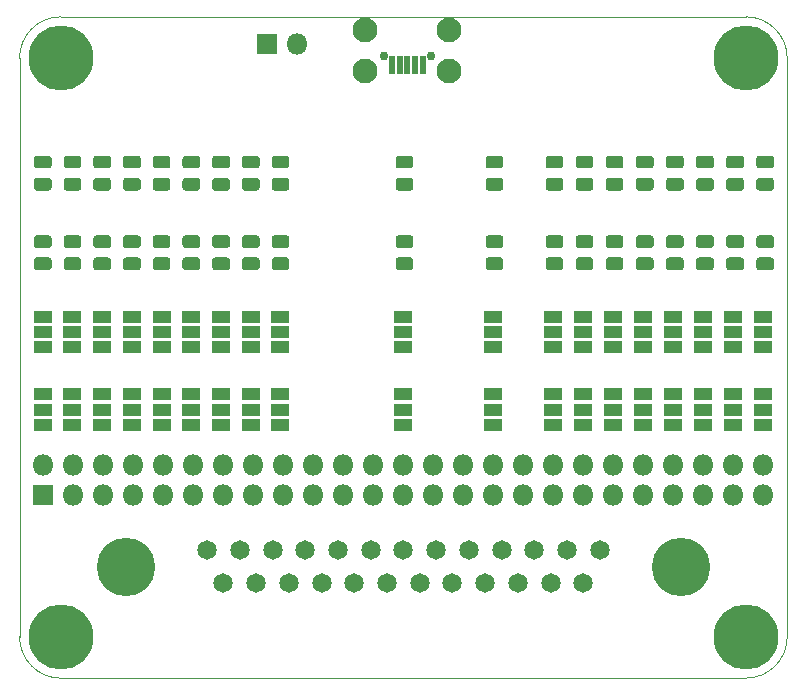
<source format=gbr>
%TF.GenerationSoftware,KiCad,Pcbnew,(5.1.4)-1*%
%TF.CreationDate,2020-08-22T19:58:44-05:00*%
%TF.ProjectId,rascsi_tester,72617363-7369-45f7-9465-737465722e6b,rev?*%
%TF.SameCoordinates,PX59d60c0PY325aa00*%
%TF.FileFunction,Soldermask,Top*%
%TF.FilePolarity,Negative*%
%FSLAX46Y46*%
G04 Gerber Fmt 4.6, Leading zero omitted, Abs format (unit mm)*
G04 Created by KiCad (PCBNEW (5.1.4)-1) date 2020-08-22 19:58:44*
%MOMM*%
%LPD*%
G04 APERTURE LIST*
%ADD10C,0.050000*%
%ADD11C,0.150000*%
%ADD12C,1.075000*%
%ADD13C,4.945000*%
%ADD14C,1.645000*%
%ADD15R,1.600000X1.100000*%
%ADD16O,1.800000X1.800000*%
%ADD17R,1.800000X1.800000*%
%ADD18C,0.750000*%
%ADD19C,2.100000*%
%ADD20R,0.500000X1.500000*%
%ADD21C,0.900000*%
%ADD22C,5.500000*%
G04 APERTURE END LIST*
D10*
X83800000Y-45696000D02*
X141800000Y-45696000D01*
X83800000Y-45696000D02*
G75*
G02X80300000Y-42196000I0J3500000D01*
G01*
X145300000Y-42196000D02*
G75*
G02X141800000Y-45696000I-3500000J0D01*
G01*
X80300000Y6800000D02*
X80300000Y-42196000D01*
X145300000Y6800000D02*
X145300000Y-42196000D01*
X83800000Y10300000D02*
X141800000Y10300000D01*
X80300000Y6800000D02*
G75*
G02X83800000Y10300000I3500000J0D01*
G01*
X141800000Y10300000D02*
G75*
G02X145300000Y6800000I0J-3500000D01*
G01*
D11*
%TO.C,R19*%
G36*
X97871214Y-10075794D02*
G01*
X97897303Y-10079664D01*
X97922886Y-10086072D01*
X97947718Y-10094957D01*
X97971560Y-10106234D01*
X97994182Y-10119793D01*
X98015365Y-10135503D01*
X98034907Y-10153215D01*
X98052619Y-10172757D01*
X98068329Y-10193940D01*
X98081888Y-10216562D01*
X98093165Y-10240404D01*
X98102050Y-10265236D01*
X98108458Y-10290819D01*
X98112328Y-10316908D01*
X98113622Y-10343250D01*
X98113622Y-10880750D01*
X98112328Y-10907092D01*
X98108458Y-10933181D01*
X98102050Y-10958764D01*
X98093165Y-10983596D01*
X98081888Y-11007438D01*
X98068329Y-11030060D01*
X98052619Y-11051243D01*
X98034907Y-11070785D01*
X98015365Y-11088497D01*
X97994182Y-11104207D01*
X97971560Y-11117766D01*
X97947718Y-11129043D01*
X97922886Y-11137928D01*
X97897303Y-11144336D01*
X97871214Y-11148206D01*
X97844872Y-11149500D01*
X96882372Y-11149500D01*
X96856030Y-11148206D01*
X96829941Y-11144336D01*
X96804358Y-11137928D01*
X96779526Y-11129043D01*
X96755684Y-11117766D01*
X96733062Y-11104207D01*
X96711879Y-11088497D01*
X96692337Y-11070785D01*
X96674625Y-11051243D01*
X96658915Y-11030060D01*
X96645356Y-11007438D01*
X96634079Y-10983596D01*
X96625194Y-10958764D01*
X96618786Y-10933181D01*
X96614916Y-10907092D01*
X96613622Y-10880750D01*
X96613622Y-10343250D01*
X96614916Y-10316908D01*
X96618786Y-10290819D01*
X96625194Y-10265236D01*
X96634079Y-10240404D01*
X96645356Y-10216562D01*
X96658915Y-10193940D01*
X96674625Y-10172757D01*
X96692337Y-10153215D01*
X96711879Y-10135503D01*
X96733062Y-10119793D01*
X96755684Y-10106234D01*
X96779526Y-10094957D01*
X96804358Y-10086072D01*
X96829941Y-10079664D01*
X96856030Y-10075794D01*
X96882372Y-10074500D01*
X97844872Y-10074500D01*
X97871214Y-10075794D01*
X97871214Y-10075794D01*
G37*
D12*
X97363622Y-10612000D03*
D11*
G36*
X97871214Y-8200794D02*
G01*
X97897303Y-8204664D01*
X97922886Y-8211072D01*
X97947718Y-8219957D01*
X97971560Y-8231234D01*
X97994182Y-8244793D01*
X98015365Y-8260503D01*
X98034907Y-8278215D01*
X98052619Y-8297757D01*
X98068329Y-8318940D01*
X98081888Y-8341562D01*
X98093165Y-8365404D01*
X98102050Y-8390236D01*
X98108458Y-8415819D01*
X98112328Y-8441908D01*
X98113622Y-8468250D01*
X98113622Y-9005750D01*
X98112328Y-9032092D01*
X98108458Y-9058181D01*
X98102050Y-9083764D01*
X98093165Y-9108596D01*
X98081888Y-9132438D01*
X98068329Y-9155060D01*
X98052619Y-9176243D01*
X98034907Y-9195785D01*
X98015365Y-9213497D01*
X97994182Y-9229207D01*
X97971560Y-9242766D01*
X97947718Y-9254043D01*
X97922886Y-9262928D01*
X97897303Y-9269336D01*
X97871214Y-9273206D01*
X97844872Y-9274500D01*
X96882372Y-9274500D01*
X96856030Y-9273206D01*
X96829941Y-9269336D01*
X96804358Y-9262928D01*
X96779526Y-9254043D01*
X96755684Y-9242766D01*
X96733062Y-9229207D01*
X96711879Y-9213497D01*
X96692337Y-9195785D01*
X96674625Y-9176243D01*
X96658915Y-9155060D01*
X96645356Y-9132438D01*
X96634079Y-9108596D01*
X96625194Y-9083764D01*
X96618786Y-9058181D01*
X96614916Y-9032092D01*
X96613622Y-9005750D01*
X96613622Y-8468250D01*
X96614916Y-8441908D01*
X96618786Y-8415819D01*
X96625194Y-8390236D01*
X96634079Y-8365404D01*
X96645356Y-8341562D01*
X96658915Y-8318940D01*
X96674625Y-8297757D01*
X96692337Y-8278215D01*
X96711879Y-8260503D01*
X96733062Y-8244793D01*
X96755684Y-8231234D01*
X96779526Y-8219957D01*
X96804358Y-8211072D01*
X96829941Y-8204664D01*
X96856030Y-8200794D01*
X96882372Y-8199500D01*
X97844872Y-8199500D01*
X97871214Y-8200794D01*
X97871214Y-8200794D01*
G37*
D12*
X97363622Y-8737000D03*
%TD*%
D11*
%TO.C,R18*%
G36*
X95355027Y-10075794D02*
G01*
X95381116Y-10079664D01*
X95406699Y-10086072D01*
X95431531Y-10094957D01*
X95455373Y-10106234D01*
X95477995Y-10119793D01*
X95499178Y-10135503D01*
X95518720Y-10153215D01*
X95536432Y-10172757D01*
X95552142Y-10193940D01*
X95565701Y-10216562D01*
X95576978Y-10240404D01*
X95585863Y-10265236D01*
X95592271Y-10290819D01*
X95596141Y-10316908D01*
X95597435Y-10343250D01*
X95597435Y-10880750D01*
X95596141Y-10907092D01*
X95592271Y-10933181D01*
X95585863Y-10958764D01*
X95576978Y-10983596D01*
X95565701Y-11007438D01*
X95552142Y-11030060D01*
X95536432Y-11051243D01*
X95518720Y-11070785D01*
X95499178Y-11088497D01*
X95477995Y-11104207D01*
X95455373Y-11117766D01*
X95431531Y-11129043D01*
X95406699Y-11137928D01*
X95381116Y-11144336D01*
X95355027Y-11148206D01*
X95328685Y-11149500D01*
X94366185Y-11149500D01*
X94339843Y-11148206D01*
X94313754Y-11144336D01*
X94288171Y-11137928D01*
X94263339Y-11129043D01*
X94239497Y-11117766D01*
X94216875Y-11104207D01*
X94195692Y-11088497D01*
X94176150Y-11070785D01*
X94158438Y-11051243D01*
X94142728Y-11030060D01*
X94129169Y-11007438D01*
X94117892Y-10983596D01*
X94109007Y-10958764D01*
X94102599Y-10933181D01*
X94098729Y-10907092D01*
X94097435Y-10880750D01*
X94097435Y-10343250D01*
X94098729Y-10316908D01*
X94102599Y-10290819D01*
X94109007Y-10265236D01*
X94117892Y-10240404D01*
X94129169Y-10216562D01*
X94142728Y-10193940D01*
X94158438Y-10172757D01*
X94176150Y-10153215D01*
X94195692Y-10135503D01*
X94216875Y-10119793D01*
X94239497Y-10106234D01*
X94263339Y-10094957D01*
X94288171Y-10086072D01*
X94313754Y-10079664D01*
X94339843Y-10075794D01*
X94366185Y-10074500D01*
X95328685Y-10074500D01*
X95355027Y-10075794D01*
X95355027Y-10075794D01*
G37*
D12*
X94847435Y-10612000D03*
D11*
G36*
X95355027Y-8200794D02*
G01*
X95381116Y-8204664D01*
X95406699Y-8211072D01*
X95431531Y-8219957D01*
X95455373Y-8231234D01*
X95477995Y-8244793D01*
X95499178Y-8260503D01*
X95518720Y-8278215D01*
X95536432Y-8297757D01*
X95552142Y-8318940D01*
X95565701Y-8341562D01*
X95576978Y-8365404D01*
X95585863Y-8390236D01*
X95592271Y-8415819D01*
X95596141Y-8441908D01*
X95597435Y-8468250D01*
X95597435Y-9005750D01*
X95596141Y-9032092D01*
X95592271Y-9058181D01*
X95585863Y-9083764D01*
X95576978Y-9108596D01*
X95565701Y-9132438D01*
X95552142Y-9155060D01*
X95536432Y-9176243D01*
X95518720Y-9195785D01*
X95499178Y-9213497D01*
X95477995Y-9229207D01*
X95455373Y-9242766D01*
X95431531Y-9254043D01*
X95406699Y-9262928D01*
X95381116Y-9269336D01*
X95355027Y-9273206D01*
X95328685Y-9274500D01*
X94366185Y-9274500D01*
X94339843Y-9273206D01*
X94313754Y-9269336D01*
X94288171Y-9262928D01*
X94263339Y-9254043D01*
X94239497Y-9242766D01*
X94216875Y-9229207D01*
X94195692Y-9213497D01*
X94176150Y-9195785D01*
X94158438Y-9176243D01*
X94142728Y-9155060D01*
X94129169Y-9132438D01*
X94117892Y-9108596D01*
X94109007Y-9083764D01*
X94102599Y-9058181D01*
X94098729Y-9032092D01*
X94097435Y-9005750D01*
X94097435Y-8468250D01*
X94098729Y-8441908D01*
X94102599Y-8415819D01*
X94109007Y-8390236D01*
X94117892Y-8365404D01*
X94129169Y-8341562D01*
X94142728Y-8318940D01*
X94158438Y-8297757D01*
X94176150Y-8278215D01*
X94195692Y-8260503D01*
X94216875Y-8244793D01*
X94239497Y-8231234D01*
X94263339Y-8219957D01*
X94288171Y-8211072D01*
X94313754Y-8204664D01*
X94339843Y-8200794D01*
X94366185Y-8199500D01*
X95328685Y-8199500D01*
X95355027Y-8200794D01*
X95355027Y-8200794D01*
G37*
D12*
X94847435Y-8737000D03*
%TD*%
D11*
%TO.C,R17*%
G36*
X113396592Y-10075794D02*
G01*
X113422681Y-10079664D01*
X113448264Y-10086072D01*
X113473096Y-10094957D01*
X113496938Y-10106234D01*
X113519560Y-10119793D01*
X113540743Y-10135503D01*
X113560285Y-10153215D01*
X113577997Y-10172757D01*
X113593707Y-10193940D01*
X113607266Y-10216562D01*
X113618543Y-10240404D01*
X113627428Y-10265236D01*
X113633836Y-10290819D01*
X113637706Y-10316908D01*
X113639000Y-10343250D01*
X113639000Y-10880750D01*
X113637706Y-10907092D01*
X113633836Y-10933181D01*
X113627428Y-10958764D01*
X113618543Y-10983596D01*
X113607266Y-11007438D01*
X113593707Y-11030060D01*
X113577997Y-11051243D01*
X113560285Y-11070785D01*
X113540743Y-11088497D01*
X113519560Y-11104207D01*
X113496938Y-11117766D01*
X113473096Y-11129043D01*
X113448264Y-11137928D01*
X113422681Y-11144336D01*
X113396592Y-11148206D01*
X113370250Y-11149500D01*
X112407750Y-11149500D01*
X112381408Y-11148206D01*
X112355319Y-11144336D01*
X112329736Y-11137928D01*
X112304904Y-11129043D01*
X112281062Y-11117766D01*
X112258440Y-11104207D01*
X112237257Y-11088497D01*
X112217715Y-11070785D01*
X112200003Y-11051243D01*
X112184293Y-11030060D01*
X112170734Y-11007438D01*
X112159457Y-10983596D01*
X112150572Y-10958764D01*
X112144164Y-10933181D01*
X112140294Y-10907092D01*
X112139000Y-10880750D01*
X112139000Y-10343250D01*
X112140294Y-10316908D01*
X112144164Y-10290819D01*
X112150572Y-10265236D01*
X112159457Y-10240404D01*
X112170734Y-10216562D01*
X112184293Y-10193940D01*
X112200003Y-10172757D01*
X112217715Y-10153215D01*
X112237257Y-10135503D01*
X112258440Y-10119793D01*
X112281062Y-10106234D01*
X112304904Y-10094957D01*
X112329736Y-10086072D01*
X112355319Y-10079664D01*
X112381408Y-10075794D01*
X112407750Y-10074500D01*
X113370250Y-10074500D01*
X113396592Y-10075794D01*
X113396592Y-10075794D01*
G37*
D12*
X112889000Y-10612000D03*
D11*
G36*
X113396592Y-8200794D02*
G01*
X113422681Y-8204664D01*
X113448264Y-8211072D01*
X113473096Y-8219957D01*
X113496938Y-8231234D01*
X113519560Y-8244793D01*
X113540743Y-8260503D01*
X113560285Y-8278215D01*
X113577997Y-8297757D01*
X113593707Y-8318940D01*
X113607266Y-8341562D01*
X113618543Y-8365404D01*
X113627428Y-8390236D01*
X113633836Y-8415819D01*
X113637706Y-8441908D01*
X113639000Y-8468250D01*
X113639000Y-9005750D01*
X113637706Y-9032092D01*
X113633836Y-9058181D01*
X113627428Y-9083764D01*
X113618543Y-9108596D01*
X113607266Y-9132438D01*
X113593707Y-9155060D01*
X113577997Y-9176243D01*
X113560285Y-9195785D01*
X113540743Y-9213497D01*
X113519560Y-9229207D01*
X113496938Y-9242766D01*
X113473096Y-9254043D01*
X113448264Y-9262928D01*
X113422681Y-9269336D01*
X113396592Y-9273206D01*
X113370250Y-9274500D01*
X112407750Y-9274500D01*
X112381408Y-9273206D01*
X112355319Y-9269336D01*
X112329736Y-9262928D01*
X112304904Y-9254043D01*
X112281062Y-9242766D01*
X112258440Y-9229207D01*
X112237257Y-9213497D01*
X112217715Y-9195785D01*
X112200003Y-9176243D01*
X112184293Y-9155060D01*
X112170734Y-9132438D01*
X112159457Y-9108596D01*
X112150572Y-9083764D01*
X112144164Y-9058181D01*
X112140294Y-9032092D01*
X112139000Y-9005750D01*
X112139000Y-8468250D01*
X112140294Y-8441908D01*
X112144164Y-8415819D01*
X112150572Y-8390236D01*
X112159457Y-8365404D01*
X112170734Y-8341562D01*
X112184293Y-8318940D01*
X112200003Y-8297757D01*
X112217715Y-8278215D01*
X112237257Y-8260503D01*
X112258440Y-8244793D01*
X112281062Y-8231234D01*
X112304904Y-8219957D01*
X112329736Y-8211072D01*
X112355319Y-8204664D01*
X112381408Y-8200794D01*
X112407750Y-8199500D01*
X113370250Y-8199500D01*
X113396592Y-8200794D01*
X113396592Y-8200794D01*
G37*
D12*
X112889000Y-8737000D03*
%TD*%
D11*
%TO.C,R16*%
G36*
X92838840Y-10075794D02*
G01*
X92864929Y-10079664D01*
X92890512Y-10086072D01*
X92915344Y-10094957D01*
X92939186Y-10106234D01*
X92961808Y-10119793D01*
X92982991Y-10135503D01*
X93002533Y-10153215D01*
X93020245Y-10172757D01*
X93035955Y-10193940D01*
X93049514Y-10216562D01*
X93060791Y-10240404D01*
X93069676Y-10265236D01*
X93076084Y-10290819D01*
X93079954Y-10316908D01*
X93081248Y-10343250D01*
X93081248Y-10880750D01*
X93079954Y-10907092D01*
X93076084Y-10933181D01*
X93069676Y-10958764D01*
X93060791Y-10983596D01*
X93049514Y-11007438D01*
X93035955Y-11030060D01*
X93020245Y-11051243D01*
X93002533Y-11070785D01*
X92982991Y-11088497D01*
X92961808Y-11104207D01*
X92939186Y-11117766D01*
X92915344Y-11129043D01*
X92890512Y-11137928D01*
X92864929Y-11144336D01*
X92838840Y-11148206D01*
X92812498Y-11149500D01*
X91849998Y-11149500D01*
X91823656Y-11148206D01*
X91797567Y-11144336D01*
X91771984Y-11137928D01*
X91747152Y-11129043D01*
X91723310Y-11117766D01*
X91700688Y-11104207D01*
X91679505Y-11088497D01*
X91659963Y-11070785D01*
X91642251Y-11051243D01*
X91626541Y-11030060D01*
X91612982Y-11007438D01*
X91601705Y-10983596D01*
X91592820Y-10958764D01*
X91586412Y-10933181D01*
X91582542Y-10907092D01*
X91581248Y-10880750D01*
X91581248Y-10343250D01*
X91582542Y-10316908D01*
X91586412Y-10290819D01*
X91592820Y-10265236D01*
X91601705Y-10240404D01*
X91612982Y-10216562D01*
X91626541Y-10193940D01*
X91642251Y-10172757D01*
X91659963Y-10153215D01*
X91679505Y-10135503D01*
X91700688Y-10119793D01*
X91723310Y-10106234D01*
X91747152Y-10094957D01*
X91771984Y-10086072D01*
X91797567Y-10079664D01*
X91823656Y-10075794D01*
X91849998Y-10074500D01*
X92812498Y-10074500D01*
X92838840Y-10075794D01*
X92838840Y-10075794D01*
G37*
D12*
X92331248Y-10612000D03*
D11*
G36*
X92838840Y-8200794D02*
G01*
X92864929Y-8204664D01*
X92890512Y-8211072D01*
X92915344Y-8219957D01*
X92939186Y-8231234D01*
X92961808Y-8244793D01*
X92982991Y-8260503D01*
X93002533Y-8278215D01*
X93020245Y-8297757D01*
X93035955Y-8318940D01*
X93049514Y-8341562D01*
X93060791Y-8365404D01*
X93069676Y-8390236D01*
X93076084Y-8415819D01*
X93079954Y-8441908D01*
X93081248Y-8468250D01*
X93081248Y-9005750D01*
X93079954Y-9032092D01*
X93076084Y-9058181D01*
X93069676Y-9083764D01*
X93060791Y-9108596D01*
X93049514Y-9132438D01*
X93035955Y-9155060D01*
X93020245Y-9176243D01*
X93002533Y-9195785D01*
X92982991Y-9213497D01*
X92961808Y-9229207D01*
X92939186Y-9242766D01*
X92915344Y-9254043D01*
X92890512Y-9262928D01*
X92864929Y-9269336D01*
X92838840Y-9273206D01*
X92812498Y-9274500D01*
X91849998Y-9274500D01*
X91823656Y-9273206D01*
X91797567Y-9269336D01*
X91771984Y-9262928D01*
X91747152Y-9254043D01*
X91723310Y-9242766D01*
X91700688Y-9229207D01*
X91679505Y-9213497D01*
X91659963Y-9195785D01*
X91642251Y-9176243D01*
X91626541Y-9155060D01*
X91612982Y-9132438D01*
X91601705Y-9108596D01*
X91592820Y-9083764D01*
X91586412Y-9058181D01*
X91582542Y-9032092D01*
X91581248Y-9005750D01*
X91581248Y-8468250D01*
X91582542Y-8441908D01*
X91586412Y-8415819D01*
X91592820Y-8390236D01*
X91601705Y-8365404D01*
X91612982Y-8341562D01*
X91626541Y-8318940D01*
X91642251Y-8297757D01*
X91659963Y-8278215D01*
X91679505Y-8260503D01*
X91700688Y-8244793D01*
X91723310Y-8231234D01*
X91747152Y-8219957D01*
X91771984Y-8211072D01*
X91797567Y-8204664D01*
X91823656Y-8200794D01*
X91849998Y-8199500D01*
X92812498Y-8199500D01*
X92838840Y-8200794D01*
X92838840Y-8200794D01*
G37*
D12*
X92331248Y-8737000D03*
%TD*%
D11*
%TO.C,R15*%
G36*
X87806466Y-10075794D02*
G01*
X87832555Y-10079664D01*
X87858138Y-10086072D01*
X87882970Y-10094957D01*
X87906812Y-10106234D01*
X87929434Y-10119793D01*
X87950617Y-10135503D01*
X87970159Y-10153215D01*
X87987871Y-10172757D01*
X88003581Y-10193940D01*
X88017140Y-10216562D01*
X88028417Y-10240404D01*
X88037302Y-10265236D01*
X88043710Y-10290819D01*
X88047580Y-10316908D01*
X88048874Y-10343250D01*
X88048874Y-10880750D01*
X88047580Y-10907092D01*
X88043710Y-10933181D01*
X88037302Y-10958764D01*
X88028417Y-10983596D01*
X88017140Y-11007438D01*
X88003581Y-11030060D01*
X87987871Y-11051243D01*
X87970159Y-11070785D01*
X87950617Y-11088497D01*
X87929434Y-11104207D01*
X87906812Y-11117766D01*
X87882970Y-11129043D01*
X87858138Y-11137928D01*
X87832555Y-11144336D01*
X87806466Y-11148206D01*
X87780124Y-11149500D01*
X86817624Y-11149500D01*
X86791282Y-11148206D01*
X86765193Y-11144336D01*
X86739610Y-11137928D01*
X86714778Y-11129043D01*
X86690936Y-11117766D01*
X86668314Y-11104207D01*
X86647131Y-11088497D01*
X86627589Y-11070785D01*
X86609877Y-11051243D01*
X86594167Y-11030060D01*
X86580608Y-11007438D01*
X86569331Y-10983596D01*
X86560446Y-10958764D01*
X86554038Y-10933181D01*
X86550168Y-10907092D01*
X86548874Y-10880750D01*
X86548874Y-10343250D01*
X86550168Y-10316908D01*
X86554038Y-10290819D01*
X86560446Y-10265236D01*
X86569331Y-10240404D01*
X86580608Y-10216562D01*
X86594167Y-10193940D01*
X86609877Y-10172757D01*
X86627589Y-10153215D01*
X86647131Y-10135503D01*
X86668314Y-10119793D01*
X86690936Y-10106234D01*
X86714778Y-10094957D01*
X86739610Y-10086072D01*
X86765193Y-10079664D01*
X86791282Y-10075794D01*
X86817624Y-10074500D01*
X87780124Y-10074500D01*
X87806466Y-10075794D01*
X87806466Y-10075794D01*
G37*
D12*
X87298874Y-10612000D03*
D11*
G36*
X87806466Y-8200794D02*
G01*
X87832555Y-8204664D01*
X87858138Y-8211072D01*
X87882970Y-8219957D01*
X87906812Y-8231234D01*
X87929434Y-8244793D01*
X87950617Y-8260503D01*
X87970159Y-8278215D01*
X87987871Y-8297757D01*
X88003581Y-8318940D01*
X88017140Y-8341562D01*
X88028417Y-8365404D01*
X88037302Y-8390236D01*
X88043710Y-8415819D01*
X88047580Y-8441908D01*
X88048874Y-8468250D01*
X88048874Y-9005750D01*
X88047580Y-9032092D01*
X88043710Y-9058181D01*
X88037302Y-9083764D01*
X88028417Y-9108596D01*
X88017140Y-9132438D01*
X88003581Y-9155060D01*
X87987871Y-9176243D01*
X87970159Y-9195785D01*
X87950617Y-9213497D01*
X87929434Y-9229207D01*
X87906812Y-9242766D01*
X87882970Y-9254043D01*
X87858138Y-9262928D01*
X87832555Y-9269336D01*
X87806466Y-9273206D01*
X87780124Y-9274500D01*
X86817624Y-9274500D01*
X86791282Y-9273206D01*
X86765193Y-9269336D01*
X86739610Y-9262928D01*
X86714778Y-9254043D01*
X86690936Y-9242766D01*
X86668314Y-9229207D01*
X86647131Y-9213497D01*
X86627589Y-9195785D01*
X86609877Y-9176243D01*
X86594167Y-9155060D01*
X86580608Y-9132438D01*
X86569331Y-9108596D01*
X86560446Y-9083764D01*
X86554038Y-9058181D01*
X86550168Y-9032092D01*
X86548874Y-9005750D01*
X86548874Y-8468250D01*
X86550168Y-8441908D01*
X86554038Y-8415819D01*
X86560446Y-8390236D01*
X86569331Y-8365404D01*
X86580608Y-8341562D01*
X86594167Y-8318940D01*
X86609877Y-8297757D01*
X86627589Y-8278215D01*
X86647131Y-8260503D01*
X86668314Y-8244793D01*
X86690936Y-8231234D01*
X86714778Y-8219957D01*
X86739610Y-8211072D01*
X86765193Y-8204664D01*
X86791282Y-8200794D01*
X86817624Y-8199500D01*
X87780124Y-8199500D01*
X87806466Y-8200794D01*
X87806466Y-8200794D01*
G37*
D12*
X87298874Y-8737000D03*
%TD*%
D11*
%TO.C,R14*%
G36*
X102903588Y-10075794D02*
G01*
X102929677Y-10079664D01*
X102955260Y-10086072D01*
X102980092Y-10094957D01*
X103003934Y-10106234D01*
X103026556Y-10119793D01*
X103047739Y-10135503D01*
X103067281Y-10153215D01*
X103084993Y-10172757D01*
X103100703Y-10193940D01*
X103114262Y-10216562D01*
X103125539Y-10240404D01*
X103134424Y-10265236D01*
X103140832Y-10290819D01*
X103144702Y-10316908D01*
X103145996Y-10343250D01*
X103145996Y-10880750D01*
X103144702Y-10907092D01*
X103140832Y-10933181D01*
X103134424Y-10958764D01*
X103125539Y-10983596D01*
X103114262Y-11007438D01*
X103100703Y-11030060D01*
X103084993Y-11051243D01*
X103067281Y-11070785D01*
X103047739Y-11088497D01*
X103026556Y-11104207D01*
X103003934Y-11117766D01*
X102980092Y-11129043D01*
X102955260Y-11137928D01*
X102929677Y-11144336D01*
X102903588Y-11148206D01*
X102877246Y-11149500D01*
X101914746Y-11149500D01*
X101888404Y-11148206D01*
X101862315Y-11144336D01*
X101836732Y-11137928D01*
X101811900Y-11129043D01*
X101788058Y-11117766D01*
X101765436Y-11104207D01*
X101744253Y-11088497D01*
X101724711Y-11070785D01*
X101706999Y-11051243D01*
X101691289Y-11030060D01*
X101677730Y-11007438D01*
X101666453Y-10983596D01*
X101657568Y-10958764D01*
X101651160Y-10933181D01*
X101647290Y-10907092D01*
X101645996Y-10880750D01*
X101645996Y-10343250D01*
X101647290Y-10316908D01*
X101651160Y-10290819D01*
X101657568Y-10265236D01*
X101666453Y-10240404D01*
X101677730Y-10216562D01*
X101691289Y-10193940D01*
X101706999Y-10172757D01*
X101724711Y-10153215D01*
X101744253Y-10135503D01*
X101765436Y-10119793D01*
X101788058Y-10106234D01*
X101811900Y-10094957D01*
X101836732Y-10086072D01*
X101862315Y-10079664D01*
X101888404Y-10075794D01*
X101914746Y-10074500D01*
X102877246Y-10074500D01*
X102903588Y-10075794D01*
X102903588Y-10075794D01*
G37*
D12*
X102395996Y-10612000D03*
D11*
G36*
X102903588Y-8200794D02*
G01*
X102929677Y-8204664D01*
X102955260Y-8211072D01*
X102980092Y-8219957D01*
X103003934Y-8231234D01*
X103026556Y-8244793D01*
X103047739Y-8260503D01*
X103067281Y-8278215D01*
X103084993Y-8297757D01*
X103100703Y-8318940D01*
X103114262Y-8341562D01*
X103125539Y-8365404D01*
X103134424Y-8390236D01*
X103140832Y-8415819D01*
X103144702Y-8441908D01*
X103145996Y-8468250D01*
X103145996Y-9005750D01*
X103144702Y-9032092D01*
X103140832Y-9058181D01*
X103134424Y-9083764D01*
X103125539Y-9108596D01*
X103114262Y-9132438D01*
X103100703Y-9155060D01*
X103084993Y-9176243D01*
X103067281Y-9195785D01*
X103047739Y-9213497D01*
X103026556Y-9229207D01*
X103003934Y-9242766D01*
X102980092Y-9254043D01*
X102955260Y-9262928D01*
X102929677Y-9269336D01*
X102903588Y-9273206D01*
X102877246Y-9274500D01*
X101914746Y-9274500D01*
X101888404Y-9273206D01*
X101862315Y-9269336D01*
X101836732Y-9262928D01*
X101811900Y-9254043D01*
X101788058Y-9242766D01*
X101765436Y-9229207D01*
X101744253Y-9213497D01*
X101724711Y-9195785D01*
X101706999Y-9176243D01*
X101691289Y-9155060D01*
X101677730Y-9132438D01*
X101666453Y-9108596D01*
X101657568Y-9083764D01*
X101651160Y-9058181D01*
X101647290Y-9032092D01*
X101645996Y-9005750D01*
X101645996Y-8468250D01*
X101647290Y-8441908D01*
X101651160Y-8415819D01*
X101657568Y-8390236D01*
X101666453Y-8365404D01*
X101677730Y-8341562D01*
X101691289Y-8318940D01*
X101706999Y-8297757D01*
X101724711Y-8278215D01*
X101744253Y-8260503D01*
X101765436Y-8244793D01*
X101788058Y-8231234D01*
X101811900Y-8219957D01*
X101836732Y-8211072D01*
X101862315Y-8204664D01*
X101888404Y-8200794D01*
X101914746Y-8199500D01*
X102877246Y-8199500D01*
X102903588Y-8200794D01*
X102903588Y-8200794D01*
G37*
D12*
X102395996Y-8737000D03*
%TD*%
D11*
%TO.C,R13*%
G36*
X136292876Y-10075794D02*
G01*
X136318965Y-10079664D01*
X136344548Y-10086072D01*
X136369380Y-10094957D01*
X136393222Y-10106234D01*
X136415844Y-10119793D01*
X136437027Y-10135503D01*
X136456569Y-10153215D01*
X136474281Y-10172757D01*
X136489991Y-10193940D01*
X136503550Y-10216562D01*
X136514827Y-10240404D01*
X136523712Y-10265236D01*
X136530120Y-10290819D01*
X136533990Y-10316908D01*
X136535284Y-10343250D01*
X136535284Y-10880750D01*
X136533990Y-10907092D01*
X136530120Y-10933181D01*
X136523712Y-10958764D01*
X136514827Y-10983596D01*
X136503550Y-11007438D01*
X136489991Y-11030060D01*
X136474281Y-11051243D01*
X136456569Y-11070785D01*
X136437027Y-11088497D01*
X136415844Y-11104207D01*
X136393222Y-11117766D01*
X136369380Y-11129043D01*
X136344548Y-11137928D01*
X136318965Y-11144336D01*
X136292876Y-11148206D01*
X136266534Y-11149500D01*
X135304034Y-11149500D01*
X135277692Y-11148206D01*
X135251603Y-11144336D01*
X135226020Y-11137928D01*
X135201188Y-11129043D01*
X135177346Y-11117766D01*
X135154724Y-11104207D01*
X135133541Y-11088497D01*
X135113999Y-11070785D01*
X135096287Y-11051243D01*
X135080577Y-11030060D01*
X135067018Y-11007438D01*
X135055741Y-10983596D01*
X135046856Y-10958764D01*
X135040448Y-10933181D01*
X135036578Y-10907092D01*
X135035284Y-10880750D01*
X135035284Y-10343250D01*
X135036578Y-10316908D01*
X135040448Y-10290819D01*
X135046856Y-10265236D01*
X135055741Y-10240404D01*
X135067018Y-10216562D01*
X135080577Y-10193940D01*
X135096287Y-10172757D01*
X135113999Y-10153215D01*
X135133541Y-10135503D01*
X135154724Y-10119793D01*
X135177346Y-10106234D01*
X135201188Y-10094957D01*
X135226020Y-10086072D01*
X135251603Y-10079664D01*
X135277692Y-10075794D01*
X135304034Y-10074500D01*
X136266534Y-10074500D01*
X136292876Y-10075794D01*
X136292876Y-10075794D01*
G37*
D12*
X135785284Y-10612000D03*
D11*
G36*
X136292876Y-8200794D02*
G01*
X136318965Y-8204664D01*
X136344548Y-8211072D01*
X136369380Y-8219957D01*
X136393222Y-8231234D01*
X136415844Y-8244793D01*
X136437027Y-8260503D01*
X136456569Y-8278215D01*
X136474281Y-8297757D01*
X136489991Y-8318940D01*
X136503550Y-8341562D01*
X136514827Y-8365404D01*
X136523712Y-8390236D01*
X136530120Y-8415819D01*
X136533990Y-8441908D01*
X136535284Y-8468250D01*
X136535284Y-9005750D01*
X136533990Y-9032092D01*
X136530120Y-9058181D01*
X136523712Y-9083764D01*
X136514827Y-9108596D01*
X136503550Y-9132438D01*
X136489991Y-9155060D01*
X136474281Y-9176243D01*
X136456569Y-9195785D01*
X136437027Y-9213497D01*
X136415844Y-9229207D01*
X136393222Y-9242766D01*
X136369380Y-9254043D01*
X136344548Y-9262928D01*
X136318965Y-9269336D01*
X136292876Y-9273206D01*
X136266534Y-9274500D01*
X135304034Y-9274500D01*
X135277692Y-9273206D01*
X135251603Y-9269336D01*
X135226020Y-9262928D01*
X135201188Y-9254043D01*
X135177346Y-9242766D01*
X135154724Y-9229207D01*
X135133541Y-9213497D01*
X135113999Y-9195785D01*
X135096287Y-9176243D01*
X135080577Y-9155060D01*
X135067018Y-9132438D01*
X135055741Y-9108596D01*
X135046856Y-9083764D01*
X135040448Y-9058181D01*
X135036578Y-9032092D01*
X135035284Y-9005750D01*
X135035284Y-8468250D01*
X135036578Y-8441908D01*
X135040448Y-8415819D01*
X135046856Y-8390236D01*
X135055741Y-8365404D01*
X135067018Y-8341562D01*
X135080577Y-8318940D01*
X135096287Y-8297757D01*
X135113999Y-8278215D01*
X135133541Y-8260503D01*
X135154724Y-8244793D01*
X135177346Y-8231234D01*
X135201188Y-8219957D01*
X135226020Y-8211072D01*
X135251603Y-8204664D01*
X135277692Y-8200794D01*
X135304034Y-8199500D01*
X136266534Y-8199500D01*
X136292876Y-8200794D01*
X136292876Y-8200794D01*
G37*
D12*
X135785284Y-8737000D03*
%TD*%
D11*
%TO.C,R12*%
G36*
X121016592Y-10075794D02*
G01*
X121042681Y-10079664D01*
X121068264Y-10086072D01*
X121093096Y-10094957D01*
X121116938Y-10106234D01*
X121139560Y-10119793D01*
X121160743Y-10135503D01*
X121180285Y-10153215D01*
X121197997Y-10172757D01*
X121213707Y-10193940D01*
X121227266Y-10216562D01*
X121238543Y-10240404D01*
X121247428Y-10265236D01*
X121253836Y-10290819D01*
X121257706Y-10316908D01*
X121259000Y-10343250D01*
X121259000Y-10880750D01*
X121257706Y-10907092D01*
X121253836Y-10933181D01*
X121247428Y-10958764D01*
X121238543Y-10983596D01*
X121227266Y-11007438D01*
X121213707Y-11030060D01*
X121197997Y-11051243D01*
X121180285Y-11070785D01*
X121160743Y-11088497D01*
X121139560Y-11104207D01*
X121116938Y-11117766D01*
X121093096Y-11129043D01*
X121068264Y-11137928D01*
X121042681Y-11144336D01*
X121016592Y-11148206D01*
X120990250Y-11149500D01*
X120027750Y-11149500D01*
X120001408Y-11148206D01*
X119975319Y-11144336D01*
X119949736Y-11137928D01*
X119924904Y-11129043D01*
X119901062Y-11117766D01*
X119878440Y-11104207D01*
X119857257Y-11088497D01*
X119837715Y-11070785D01*
X119820003Y-11051243D01*
X119804293Y-11030060D01*
X119790734Y-11007438D01*
X119779457Y-10983596D01*
X119770572Y-10958764D01*
X119764164Y-10933181D01*
X119760294Y-10907092D01*
X119759000Y-10880750D01*
X119759000Y-10343250D01*
X119760294Y-10316908D01*
X119764164Y-10290819D01*
X119770572Y-10265236D01*
X119779457Y-10240404D01*
X119790734Y-10216562D01*
X119804293Y-10193940D01*
X119820003Y-10172757D01*
X119837715Y-10153215D01*
X119857257Y-10135503D01*
X119878440Y-10119793D01*
X119901062Y-10106234D01*
X119924904Y-10094957D01*
X119949736Y-10086072D01*
X119975319Y-10079664D01*
X120001408Y-10075794D01*
X120027750Y-10074500D01*
X120990250Y-10074500D01*
X121016592Y-10075794D01*
X121016592Y-10075794D01*
G37*
D12*
X120509000Y-10612000D03*
D11*
G36*
X121016592Y-8200794D02*
G01*
X121042681Y-8204664D01*
X121068264Y-8211072D01*
X121093096Y-8219957D01*
X121116938Y-8231234D01*
X121139560Y-8244793D01*
X121160743Y-8260503D01*
X121180285Y-8278215D01*
X121197997Y-8297757D01*
X121213707Y-8318940D01*
X121227266Y-8341562D01*
X121238543Y-8365404D01*
X121247428Y-8390236D01*
X121253836Y-8415819D01*
X121257706Y-8441908D01*
X121259000Y-8468250D01*
X121259000Y-9005750D01*
X121257706Y-9032092D01*
X121253836Y-9058181D01*
X121247428Y-9083764D01*
X121238543Y-9108596D01*
X121227266Y-9132438D01*
X121213707Y-9155060D01*
X121197997Y-9176243D01*
X121180285Y-9195785D01*
X121160743Y-9213497D01*
X121139560Y-9229207D01*
X121116938Y-9242766D01*
X121093096Y-9254043D01*
X121068264Y-9262928D01*
X121042681Y-9269336D01*
X121016592Y-9273206D01*
X120990250Y-9274500D01*
X120027750Y-9274500D01*
X120001408Y-9273206D01*
X119975319Y-9269336D01*
X119949736Y-9262928D01*
X119924904Y-9254043D01*
X119901062Y-9242766D01*
X119878440Y-9229207D01*
X119857257Y-9213497D01*
X119837715Y-9195785D01*
X119820003Y-9176243D01*
X119804293Y-9155060D01*
X119790734Y-9132438D01*
X119779457Y-9108596D01*
X119770572Y-9083764D01*
X119764164Y-9058181D01*
X119760294Y-9032092D01*
X119759000Y-9005750D01*
X119759000Y-8468250D01*
X119760294Y-8441908D01*
X119764164Y-8415819D01*
X119770572Y-8390236D01*
X119779457Y-8365404D01*
X119790734Y-8341562D01*
X119804293Y-8318940D01*
X119820003Y-8297757D01*
X119837715Y-8278215D01*
X119857257Y-8260503D01*
X119878440Y-8244793D01*
X119901062Y-8231234D01*
X119924904Y-8219957D01*
X119949736Y-8211072D01*
X119975319Y-8204664D01*
X120001408Y-8200794D01*
X120027750Y-8199500D01*
X120990250Y-8199500D01*
X121016592Y-8200794D01*
X121016592Y-8200794D01*
G37*
D12*
X120509000Y-8737000D03*
%TD*%
D11*
%TO.C,R11*%
G36*
X138841947Y-10075794D02*
G01*
X138868036Y-10079664D01*
X138893619Y-10086072D01*
X138918451Y-10094957D01*
X138942293Y-10106234D01*
X138964915Y-10119793D01*
X138986098Y-10135503D01*
X139005640Y-10153215D01*
X139023352Y-10172757D01*
X139039062Y-10193940D01*
X139052621Y-10216562D01*
X139063898Y-10240404D01*
X139072783Y-10265236D01*
X139079191Y-10290819D01*
X139083061Y-10316908D01*
X139084355Y-10343250D01*
X139084355Y-10880750D01*
X139083061Y-10907092D01*
X139079191Y-10933181D01*
X139072783Y-10958764D01*
X139063898Y-10983596D01*
X139052621Y-11007438D01*
X139039062Y-11030060D01*
X139023352Y-11051243D01*
X139005640Y-11070785D01*
X138986098Y-11088497D01*
X138964915Y-11104207D01*
X138942293Y-11117766D01*
X138918451Y-11129043D01*
X138893619Y-11137928D01*
X138868036Y-11144336D01*
X138841947Y-11148206D01*
X138815605Y-11149500D01*
X137853105Y-11149500D01*
X137826763Y-11148206D01*
X137800674Y-11144336D01*
X137775091Y-11137928D01*
X137750259Y-11129043D01*
X137726417Y-11117766D01*
X137703795Y-11104207D01*
X137682612Y-11088497D01*
X137663070Y-11070785D01*
X137645358Y-11051243D01*
X137629648Y-11030060D01*
X137616089Y-11007438D01*
X137604812Y-10983596D01*
X137595927Y-10958764D01*
X137589519Y-10933181D01*
X137585649Y-10907092D01*
X137584355Y-10880750D01*
X137584355Y-10343250D01*
X137585649Y-10316908D01*
X137589519Y-10290819D01*
X137595927Y-10265236D01*
X137604812Y-10240404D01*
X137616089Y-10216562D01*
X137629648Y-10193940D01*
X137645358Y-10172757D01*
X137663070Y-10153215D01*
X137682612Y-10135503D01*
X137703795Y-10119793D01*
X137726417Y-10106234D01*
X137750259Y-10094957D01*
X137775091Y-10086072D01*
X137800674Y-10079664D01*
X137826763Y-10075794D01*
X137853105Y-10074500D01*
X138815605Y-10074500D01*
X138841947Y-10075794D01*
X138841947Y-10075794D01*
G37*
D12*
X138334355Y-10612000D03*
D11*
G36*
X138841947Y-8200794D02*
G01*
X138868036Y-8204664D01*
X138893619Y-8211072D01*
X138918451Y-8219957D01*
X138942293Y-8231234D01*
X138964915Y-8244793D01*
X138986098Y-8260503D01*
X139005640Y-8278215D01*
X139023352Y-8297757D01*
X139039062Y-8318940D01*
X139052621Y-8341562D01*
X139063898Y-8365404D01*
X139072783Y-8390236D01*
X139079191Y-8415819D01*
X139083061Y-8441908D01*
X139084355Y-8468250D01*
X139084355Y-9005750D01*
X139083061Y-9032092D01*
X139079191Y-9058181D01*
X139072783Y-9083764D01*
X139063898Y-9108596D01*
X139052621Y-9132438D01*
X139039062Y-9155060D01*
X139023352Y-9176243D01*
X139005640Y-9195785D01*
X138986098Y-9213497D01*
X138964915Y-9229207D01*
X138942293Y-9242766D01*
X138918451Y-9254043D01*
X138893619Y-9262928D01*
X138868036Y-9269336D01*
X138841947Y-9273206D01*
X138815605Y-9274500D01*
X137853105Y-9274500D01*
X137826763Y-9273206D01*
X137800674Y-9269336D01*
X137775091Y-9262928D01*
X137750259Y-9254043D01*
X137726417Y-9242766D01*
X137703795Y-9229207D01*
X137682612Y-9213497D01*
X137663070Y-9195785D01*
X137645358Y-9176243D01*
X137629648Y-9155060D01*
X137616089Y-9132438D01*
X137604812Y-9108596D01*
X137595927Y-9083764D01*
X137589519Y-9058181D01*
X137585649Y-9032092D01*
X137584355Y-9005750D01*
X137584355Y-8468250D01*
X137585649Y-8441908D01*
X137589519Y-8415819D01*
X137595927Y-8390236D01*
X137604812Y-8365404D01*
X137616089Y-8341562D01*
X137629648Y-8318940D01*
X137645358Y-8297757D01*
X137663070Y-8278215D01*
X137682612Y-8260503D01*
X137703795Y-8244793D01*
X137726417Y-8231234D01*
X137750259Y-8219957D01*
X137775091Y-8211072D01*
X137800674Y-8204664D01*
X137826763Y-8200794D01*
X137853105Y-8199500D01*
X138815605Y-8199500D01*
X138841947Y-8200794D01*
X138841947Y-8200794D01*
G37*
D12*
X138334355Y-8737000D03*
%TD*%
D11*
%TO.C,R10*%
G36*
X100387401Y-10075794D02*
G01*
X100413490Y-10079664D01*
X100439073Y-10086072D01*
X100463905Y-10094957D01*
X100487747Y-10106234D01*
X100510369Y-10119793D01*
X100531552Y-10135503D01*
X100551094Y-10153215D01*
X100568806Y-10172757D01*
X100584516Y-10193940D01*
X100598075Y-10216562D01*
X100609352Y-10240404D01*
X100618237Y-10265236D01*
X100624645Y-10290819D01*
X100628515Y-10316908D01*
X100629809Y-10343250D01*
X100629809Y-10880750D01*
X100628515Y-10907092D01*
X100624645Y-10933181D01*
X100618237Y-10958764D01*
X100609352Y-10983596D01*
X100598075Y-11007438D01*
X100584516Y-11030060D01*
X100568806Y-11051243D01*
X100551094Y-11070785D01*
X100531552Y-11088497D01*
X100510369Y-11104207D01*
X100487747Y-11117766D01*
X100463905Y-11129043D01*
X100439073Y-11137928D01*
X100413490Y-11144336D01*
X100387401Y-11148206D01*
X100361059Y-11149500D01*
X99398559Y-11149500D01*
X99372217Y-11148206D01*
X99346128Y-11144336D01*
X99320545Y-11137928D01*
X99295713Y-11129043D01*
X99271871Y-11117766D01*
X99249249Y-11104207D01*
X99228066Y-11088497D01*
X99208524Y-11070785D01*
X99190812Y-11051243D01*
X99175102Y-11030060D01*
X99161543Y-11007438D01*
X99150266Y-10983596D01*
X99141381Y-10958764D01*
X99134973Y-10933181D01*
X99131103Y-10907092D01*
X99129809Y-10880750D01*
X99129809Y-10343250D01*
X99131103Y-10316908D01*
X99134973Y-10290819D01*
X99141381Y-10265236D01*
X99150266Y-10240404D01*
X99161543Y-10216562D01*
X99175102Y-10193940D01*
X99190812Y-10172757D01*
X99208524Y-10153215D01*
X99228066Y-10135503D01*
X99249249Y-10119793D01*
X99271871Y-10106234D01*
X99295713Y-10094957D01*
X99320545Y-10086072D01*
X99346128Y-10079664D01*
X99372217Y-10075794D01*
X99398559Y-10074500D01*
X100361059Y-10074500D01*
X100387401Y-10075794D01*
X100387401Y-10075794D01*
G37*
D12*
X99879809Y-10612000D03*
D11*
G36*
X100387401Y-8200794D02*
G01*
X100413490Y-8204664D01*
X100439073Y-8211072D01*
X100463905Y-8219957D01*
X100487747Y-8231234D01*
X100510369Y-8244793D01*
X100531552Y-8260503D01*
X100551094Y-8278215D01*
X100568806Y-8297757D01*
X100584516Y-8318940D01*
X100598075Y-8341562D01*
X100609352Y-8365404D01*
X100618237Y-8390236D01*
X100624645Y-8415819D01*
X100628515Y-8441908D01*
X100629809Y-8468250D01*
X100629809Y-9005750D01*
X100628515Y-9032092D01*
X100624645Y-9058181D01*
X100618237Y-9083764D01*
X100609352Y-9108596D01*
X100598075Y-9132438D01*
X100584516Y-9155060D01*
X100568806Y-9176243D01*
X100551094Y-9195785D01*
X100531552Y-9213497D01*
X100510369Y-9229207D01*
X100487747Y-9242766D01*
X100463905Y-9254043D01*
X100439073Y-9262928D01*
X100413490Y-9269336D01*
X100387401Y-9273206D01*
X100361059Y-9274500D01*
X99398559Y-9274500D01*
X99372217Y-9273206D01*
X99346128Y-9269336D01*
X99320545Y-9262928D01*
X99295713Y-9254043D01*
X99271871Y-9242766D01*
X99249249Y-9229207D01*
X99228066Y-9213497D01*
X99208524Y-9195785D01*
X99190812Y-9176243D01*
X99175102Y-9155060D01*
X99161543Y-9132438D01*
X99150266Y-9108596D01*
X99141381Y-9083764D01*
X99134973Y-9058181D01*
X99131103Y-9032092D01*
X99129809Y-9005750D01*
X99129809Y-8468250D01*
X99131103Y-8441908D01*
X99134973Y-8415819D01*
X99141381Y-8390236D01*
X99150266Y-8365404D01*
X99161543Y-8341562D01*
X99175102Y-8318940D01*
X99190812Y-8297757D01*
X99208524Y-8278215D01*
X99228066Y-8260503D01*
X99249249Y-8244793D01*
X99271871Y-8231234D01*
X99295713Y-8219957D01*
X99320545Y-8211072D01*
X99346128Y-8204664D01*
X99372217Y-8200794D01*
X99398559Y-8199500D01*
X100361059Y-8199500D01*
X100387401Y-8200794D01*
X100387401Y-8200794D01*
G37*
D12*
X99879809Y-8737000D03*
%TD*%
D11*
%TO.C,R9*%
G36*
X85290279Y-10075794D02*
G01*
X85316368Y-10079664D01*
X85341951Y-10086072D01*
X85366783Y-10094957D01*
X85390625Y-10106234D01*
X85413247Y-10119793D01*
X85434430Y-10135503D01*
X85453972Y-10153215D01*
X85471684Y-10172757D01*
X85487394Y-10193940D01*
X85500953Y-10216562D01*
X85512230Y-10240404D01*
X85521115Y-10265236D01*
X85527523Y-10290819D01*
X85531393Y-10316908D01*
X85532687Y-10343250D01*
X85532687Y-10880750D01*
X85531393Y-10907092D01*
X85527523Y-10933181D01*
X85521115Y-10958764D01*
X85512230Y-10983596D01*
X85500953Y-11007438D01*
X85487394Y-11030060D01*
X85471684Y-11051243D01*
X85453972Y-11070785D01*
X85434430Y-11088497D01*
X85413247Y-11104207D01*
X85390625Y-11117766D01*
X85366783Y-11129043D01*
X85341951Y-11137928D01*
X85316368Y-11144336D01*
X85290279Y-11148206D01*
X85263937Y-11149500D01*
X84301437Y-11149500D01*
X84275095Y-11148206D01*
X84249006Y-11144336D01*
X84223423Y-11137928D01*
X84198591Y-11129043D01*
X84174749Y-11117766D01*
X84152127Y-11104207D01*
X84130944Y-11088497D01*
X84111402Y-11070785D01*
X84093690Y-11051243D01*
X84077980Y-11030060D01*
X84064421Y-11007438D01*
X84053144Y-10983596D01*
X84044259Y-10958764D01*
X84037851Y-10933181D01*
X84033981Y-10907092D01*
X84032687Y-10880750D01*
X84032687Y-10343250D01*
X84033981Y-10316908D01*
X84037851Y-10290819D01*
X84044259Y-10265236D01*
X84053144Y-10240404D01*
X84064421Y-10216562D01*
X84077980Y-10193940D01*
X84093690Y-10172757D01*
X84111402Y-10153215D01*
X84130944Y-10135503D01*
X84152127Y-10119793D01*
X84174749Y-10106234D01*
X84198591Y-10094957D01*
X84223423Y-10086072D01*
X84249006Y-10079664D01*
X84275095Y-10075794D01*
X84301437Y-10074500D01*
X85263937Y-10074500D01*
X85290279Y-10075794D01*
X85290279Y-10075794D01*
G37*
D12*
X84782687Y-10612000D03*
D11*
G36*
X85290279Y-8200794D02*
G01*
X85316368Y-8204664D01*
X85341951Y-8211072D01*
X85366783Y-8219957D01*
X85390625Y-8231234D01*
X85413247Y-8244793D01*
X85434430Y-8260503D01*
X85453972Y-8278215D01*
X85471684Y-8297757D01*
X85487394Y-8318940D01*
X85500953Y-8341562D01*
X85512230Y-8365404D01*
X85521115Y-8390236D01*
X85527523Y-8415819D01*
X85531393Y-8441908D01*
X85532687Y-8468250D01*
X85532687Y-9005750D01*
X85531393Y-9032092D01*
X85527523Y-9058181D01*
X85521115Y-9083764D01*
X85512230Y-9108596D01*
X85500953Y-9132438D01*
X85487394Y-9155060D01*
X85471684Y-9176243D01*
X85453972Y-9195785D01*
X85434430Y-9213497D01*
X85413247Y-9229207D01*
X85390625Y-9242766D01*
X85366783Y-9254043D01*
X85341951Y-9262928D01*
X85316368Y-9269336D01*
X85290279Y-9273206D01*
X85263937Y-9274500D01*
X84301437Y-9274500D01*
X84275095Y-9273206D01*
X84249006Y-9269336D01*
X84223423Y-9262928D01*
X84198591Y-9254043D01*
X84174749Y-9242766D01*
X84152127Y-9229207D01*
X84130944Y-9213497D01*
X84111402Y-9195785D01*
X84093690Y-9176243D01*
X84077980Y-9155060D01*
X84064421Y-9132438D01*
X84053144Y-9108596D01*
X84044259Y-9083764D01*
X84037851Y-9058181D01*
X84033981Y-9032092D01*
X84032687Y-9005750D01*
X84032687Y-8468250D01*
X84033981Y-8441908D01*
X84037851Y-8415819D01*
X84044259Y-8390236D01*
X84053144Y-8365404D01*
X84064421Y-8341562D01*
X84077980Y-8318940D01*
X84093690Y-8297757D01*
X84111402Y-8278215D01*
X84130944Y-8260503D01*
X84152127Y-8244793D01*
X84174749Y-8231234D01*
X84198591Y-8219957D01*
X84223423Y-8211072D01*
X84249006Y-8204664D01*
X84275095Y-8200794D01*
X84301437Y-8199500D01*
X85263937Y-8199500D01*
X85290279Y-8200794D01*
X85290279Y-8200794D01*
G37*
D12*
X84782687Y-8737000D03*
%TD*%
D11*
%TO.C,R8*%
G36*
X90322653Y-10075794D02*
G01*
X90348742Y-10079664D01*
X90374325Y-10086072D01*
X90399157Y-10094957D01*
X90422999Y-10106234D01*
X90445621Y-10119793D01*
X90466804Y-10135503D01*
X90486346Y-10153215D01*
X90504058Y-10172757D01*
X90519768Y-10193940D01*
X90533327Y-10216562D01*
X90544604Y-10240404D01*
X90553489Y-10265236D01*
X90559897Y-10290819D01*
X90563767Y-10316908D01*
X90565061Y-10343250D01*
X90565061Y-10880750D01*
X90563767Y-10907092D01*
X90559897Y-10933181D01*
X90553489Y-10958764D01*
X90544604Y-10983596D01*
X90533327Y-11007438D01*
X90519768Y-11030060D01*
X90504058Y-11051243D01*
X90486346Y-11070785D01*
X90466804Y-11088497D01*
X90445621Y-11104207D01*
X90422999Y-11117766D01*
X90399157Y-11129043D01*
X90374325Y-11137928D01*
X90348742Y-11144336D01*
X90322653Y-11148206D01*
X90296311Y-11149500D01*
X89333811Y-11149500D01*
X89307469Y-11148206D01*
X89281380Y-11144336D01*
X89255797Y-11137928D01*
X89230965Y-11129043D01*
X89207123Y-11117766D01*
X89184501Y-11104207D01*
X89163318Y-11088497D01*
X89143776Y-11070785D01*
X89126064Y-11051243D01*
X89110354Y-11030060D01*
X89096795Y-11007438D01*
X89085518Y-10983596D01*
X89076633Y-10958764D01*
X89070225Y-10933181D01*
X89066355Y-10907092D01*
X89065061Y-10880750D01*
X89065061Y-10343250D01*
X89066355Y-10316908D01*
X89070225Y-10290819D01*
X89076633Y-10265236D01*
X89085518Y-10240404D01*
X89096795Y-10216562D01*
X89110354Y-10193940D01*
X89126064Y-10172757D01*
X89143776Y-10153215D01*
X89163318Y-10135503D01*
X89184501Y-10119793D01*
X89207123Y-10106234D01*
X89230965Y-10094957D01*
X89255797Y-10086072D01*
X89281380Y-10079664D01*
X89307469Y-10075794D01*
X89333811Y-10074500D01*
X90296311Y-10074500D01*
X90322653Y-10075794D01*
X90322653Y-10075794D01*
G37*
D12*
X89815061Y-10612000D03*
D11*
G36*
X90322653Y-8200794D02*
G01*
X90348742Y-8204664D01*
X90374325Y-8211072D01*
X90399157Y-8219957D01*
X90422999Y-8231234D01*
X90445621Y-8244793D01*
X90466804Y-8260503D01*
X90486346Y-8278215D01*
X90504058Y-8297757D01*
X90519768Y-8318940D01*
X90533327Y-8341562D01*
X90544604Y-8365404D01*
X90553489Y-8390236D01*
X90559897Y-8415819D01*
X90563767Y-8441908D01*
X90565061Y-8468250D01*
X90565061Y-9005750D01*
X90563767Y-9032092D01*
X90559897Y-9058181D01*
X90553489Y-9083764D01*
X90544604Y-9108596D01*
X90533327Y-9132438D01*
X90519768Y-9155060D01*
X90504058Y-9176243D01*
X90486346Y-9195785D01*
X90466804Y-9213497D01*
X90445621Y-9229207D01*
X90422999Y-9242766D01*
X90399157Y-9254043D01*
X90374325Y-9262928D01*
X90348742Y-9269336D01*
X90322653Y-9273206D01*
X90296311Y-9274500D01*
X89333811Y-9274500D01*
X89307469Y-9273206D01*
X89281380Y-9269336D01*
X89255797Y-9262928D01*
X89230965Y-9254043D01*
X89207123Y-9242766D01*
X89184501Y-9229207D01*
X89163318Y-9213497D01*
X89143776Y-9195785D01*
X89126064Y-9176243D01*
X89110354Y-9155060D01*
X89096795Y-9132438D01*
X89085518Y-9108596D01*
X89076633Y-9083764D01*
X89070225Y-9058181D01*
X89066355Y-9032092D01*
X89065061Y-9005750D01*
X89065061Y-8468250D01*
X89066355Y-8441908D01*
X89070225Y-8415819D01*
X89076633Y-8390236D01*
X89085518Y-8365404D01*
X89096795Y-8341562D01*
X89110354Y-8318940D01*
X89126064Y-8297757D01*
X89143776Y-8278215D01*
X89163318Y-8260503D01*
X89184501Y-8244793D01*
X89207123Y-8231234D01*
X89230965Y-8219957D01*
X89255797Y-8211072D01*
X89281380Y-8204664D01*
X89307469Y-8200794D01*
X89333811Y-8199500D01*
X90296311Y-8199500D01*
X90322653Y-8200794D01*
X90322653Y-8200794D01*
G37*
D12*
X89815061Y-8737000D03*
%TD*%
D11*
%TO.C,R7*%
G36*
X82774092Y-10075794D02*
G01*
X82800181Y-10079664D01*
X82825764Y-10086072D01*
X82850596Y-10094957D01*
X82874438Y-10106234D01*
X82897060Y-10119793D01*
X82918243Y-10135503D01*
X82937785Y-10153215D01*
X82955497Y-10172757D01*
X82971207Y-10193940D01*
X82984766Y-10216562D01*
X82996043Y-10240404D01*
X83004928Y-10265236D01*
X83011336Y-10290819D01*
X83015206Y-10316908D01*
X83016500Y-10343250D01*
X83016500Y-10880750D01*
X83015206Y-10907092D01*
X83011336Y-10933181D01*
X83004928Y-10958764D01*
X82996043Y-10983596D01*
X82984766Y-11007438D01*
X82971207Y-11030060D01*
X82955497Y-11051243D01*
X82937785Y-11070785D01*
X82918243Y-11088497D01*
X82897060Y-11104207D01*
X82874438Y-11117766D01*
X82850596Y-11129043D01*
X82825764Y-11137928D01*
X82800181Y-11144336D01*
X82774092Y-11148206D01*
X82747750Y-11149500D01*
X81785250Y-11149500D01*
X81758908Y-11148206D01*
X81732819Y-11144336D01*
X81707236Y-11137928D01*
X81682404Y-11129043D01*
X81658562Y-11117766D01*
X81635940Y-11104207D01*
X81614757Y-11088497D01*
X81595215Y-11070785D01*
X81577503Y-11051243D01*
X81561793Y-11030060D01*
X81548234Y-11007438D01*
X81536957Y-10983596D01*
X81528072Y-10958764D01*
X81521664Y-10933181D01*
X81517794Y-10907092D01*
X81516500Y-10880750D01*
X81516500Y-10343250D01*
X81517794Y-10316908D01*
X81521664Y-10290819D01*
X81528072Y-10265236D01*
X81536957Y-10240404D01*
X81548234Y-10216562D01*
X81561793Y-10193940D01*
X81577503Y-10172757D01*
X81595215Y-10153215D01*
X81614757Y-10135503D01*
X81635940Y-10119793D01*
X81658562Y-10106234D01*
X81682404Y-10094957D01*
X81707236Y-10086072D01*
X81732819Y-10079664D01*
X81758908Y-10075794D01*
X81785250Y-10074500D01*
X82747750Y-10074500D01*
X82774092Y-10075794D01*
X82774092Y-10075794D01*
G37*
D12*
X82266500Y-10612000D03*
D11*
G36*
X82774092Y-8200794D02*
G01*
X82800181Y-8204664D01*
X82825764Y-8211072D01*
X82850596Y-8219957D01*
X82874438Y-8231234D01*
X82897060Y-8244793D01*
X82918243Y-8260503D01*
X82937785Y-8278215D01*
X82955497Y-8297757D01*
X82971207Y-8318940D01*
X82984766Y-8341562D01*
X82996043Y-8365404D01*
X83004928Y-8390236D01*
X83011336Y-8415819D01*
X83015206Y-8441908D01*
X83016500Y-8468250D01*
X83016500Y-9005750D01*
X83015206Y-9032092D01*
X83011336Y-9058181D01*
X83004928Y-9083764D01*
X82996043Y-9108596D01*
X82984766Y-9132438D01*
X82971207Y-9155060D01*
X82955497Y-9176243D01*
X82937785Y-9195785D01*
X82918243Y-9213497D01*
X82897060Y-9229207D01*
X82874438Y-9242766D01*
X82850596Y-9254043D01*
X82825764Y-9262928D01*
X82800181Y-9269336D01*
X82774092Y-9273206D01*
X82747750Y-9274500D01*
X81785250Y-9274500D01*
X81758908Y-9273206D01*
X81732819Y-9269336D01*
X81707236Y-9262928D01*
X81682404Y-9254043D01*
X81658562Y-9242766D01*
X81635940Y-9229207D01*
X81614757Y-9213497D01*
X81595215Y-9195785D01*
X81577503Y-9176243D01*
X81561793Y-9155060D01*
X81548234Y-9132438D01*
X81536957Y-9108596D01*
X81528072Y-9083764D01*
X81521664Y-9058181D01*
X81517794Y-9032092D01*
X81516500Y-9005750D01*
X81516500Y-8468250D01*
X81517794Y-8441908D01*
X81521664Y-8415819D01*
X81528072Y-8390236D01*
X81536957Y-8365404D01*
X81548234Y-8341562D01*
X81561793Y-8318940D01*
X81577503Y-8297757D01*
X81595215Y-8278215D01*
X81614757Y-8260503D01*
X81635940Y-8244793D01*
X81658562Y-8231234D01*
X81682404Y-8219957D01*
X81707236Y-8211072D01*
X81732819Y-8204664D01*
X81758908Y-8200794D01*
X81785250Y-8199500D01*
X82747750Y-8199500D01*
X82774092Y-8200794D01*
X82774092Y-8200794D01*
G37*
D12*
X82266500Y-8737000D03*
%TD*%
D11*
%TO.C,R6*%
G36*
X128645663Y-10075794D02*
G01*
X128671752Y-10079664D01*
X128697335Y-10086072D01*
X128722167Y-10094957D01*
X128746009Y-10106234D01*
X128768631Y-10119793D01*
X128789814Y-10135503D01*
X128809356Y-10153215D01*
X128827068Y-10172757D01*
X128842778Y-10193940D01*
X128856337Y-10216562D01*
X128867614Y-10240404D01*
X128876499Y-10265236D01*
X128882907Y-10290819D01*
X128886777Y-10316908D01*
X128888071Y-10343250D01*
X128888071Y-10880750D01*
X128886777Y-10907092D01*
X128882907Y-10933181D01*
X128876499Y-10958764D01*
X128867614Y-10983596D01*
X128856337Y-11007438D01*
X128842778Y-11030060D01*
X128827068Y-11051243D01*
X128809356Y-11070785D01*
X128789814Y-11088497D01*
X128768631Y-11104207D01*
X128746009Y-11117766D01*
X128722167Y-11129043D01*
X128697335Y-11137928D01*
X128671752Y-11144336D01*
X128645663Y-11148206D01*
X128619321Y-11149500D01*
X127656821Y-11149500D01*
X127630479Y-11148206D01*
X127604390Y-11144336D01*
X127578807Y-11137928D01*
X127553975Y-11129043D01*
X127530133Y-11117766D01*
X127507511Y-11104207D01*
X127486328Y-11088497D01*
X127466786Y-11070785D01*
X127449074Y-11051243D01*
X127433364Y-11030060D01*
X127419805Y-11007438D01*
X127408528Y-10983596D01*
X127399643Y-10958764D01*
X127393235Y-10933181D01*
X127389365Y-10907092D01*
X127388071Y-10880750D01*
X127388071Y-10343250D01*
X127389365Y-10316908D01*
X127393235Y-10290819D01*
X127399643Y-10265236D01*
X127408528Y-10240404D01*
X127419805Y-10216562D01*
X127433364Y-10193940D01*
X127449074Y-10172757D01*
X127466786Y-10153215D01*
X127486328Y-10135503D01*
X127507511Y-10119793D01*
X127530133Y-10106234D01*
X127553975Y-10094957D01*
X127578807Y-10086072D01*
X127604390Y-10079664D01*
X127630479Y-10075794D01*
X127656821Y-10074500D01*
X128619321Y-10074500D01*
X128645663Y-10075794D01*
X128645663Y-10075794D01*
G37*
D12*
X128138071Y-10612000D03*
D11*
G36*
X128645663Y-8200794D02*
G01*
X128671752Y-8204664D01*
X128697335Y-8211072D01*
X128722167Y-8219957D01*
X128746009Y-8231234D01*
X128768631Y-8244793D01*
X128789814Y-8260503D01*
X128809356Y-8278215D01*
X128827068Y-8297757D01*
X128842778Y-8318940D01*
X128856337Y-8341562D01*
X128867614Y-8365404D01*
X128876499Y-8390236D01*
X128882907Y-8415819D01*
X128886777Y-8441908D01*
X128888071Y-8468250D01*
X128888071Y-9005750D01*
X128886777Y-9032092D01*
X128882907Y-9058181D01*
X128876499Y-9083764D01*
X128867614Y-9108596D01*
X128856337Y-9132438D01*
X128842778Y-9155060D01*
X128827068Y-9176243D01*
X128809356Y-9195785D01*
X128789814Y-9213497D01*
X128768631Y-9229207D01*
X128746009Y-9242766D01*
X128722167Y-9254043D01*
X128697335Y-9262928D01*
X128671752Y-9269336D01*
X128645663Y-9273206D01*
X128619321Y-9274500D01*
X127656821Y-9274500D01*
X127630479Y-9273206D01*
X127604390Y-9269336D01*
X127578807Y-9262928D01*
X127553975Y-9254043D01*
X127530133Y-9242766D01*
X127507511Y-9229207D01*
X127486328Y-9213497D01*
X127466786Y-9195785D01*
X127449074Y-9176243D01*
X127433364Y-9155060D01*
X127419805Y-9132438D01*
X127408528Y-9108596D01*
X127399643Y-9083764D01*
X127393235Y-9058181D01*
X127389365Y-9032092D01*
X127388071Y-9005750D01*
X127388071Y-8468250D01*
X127389365Y-8441908D01*
X127393235Y-8415819D01*
X127399643Y-8390236D01*
X127408528Y-8365404D01*
X127419805Y-8341562D01*
X127433364Y-8318940D01*
X127449074Y-8297757D01*
X127466786Y-8278215D01*
X127486328Y-8260503D01*
X127507511Y-8244793D01*
X127530133Y-8231234D01*
X127553975Y-8219957D01*
X127578807Y-8211072D01*
X127604390Y-8204664D01*
X127630479Y-8200794D01*
X127656821Y-8199500D01*
X128619321Y-8199500D01*
X128645663Y-8200794D01*
X128645663Y-8200794D01*
G37*
D12*
X128138071Y-8737000D03*
%TD*%
D11*
%TO.C,R5*%
G36*
X131194734Y-10075794D02*
G01*
X131220823Y-10079664D01*
X131246406Y-10086072D01*
X131271238Y-10094957D01*
X131295080Y-10106234D01*
X131317702Y-10119793D01*
X131338885Y-10135503D01*
X131358427Y-10153215D01*
X131376139Y-10172757D01*
X131391849Y-10193940D01*
X131405408Y-10216562D01*
X131416685Y-10240404D01*
X131425570Y-10265236D01*
X131431978Y-10290819D01*
X131435848Y-10316908D01*
X131437142Y-10343250D01*
X131437142Y-10880750D01*
X131435848Y-10907092D01*
X131431978Y-10933181D01*
X131425570Y-10958764D01*
X131416685Y-10983596D01*
X131405408Y-11007438D01*
X131391849Y-11030060D01*
X131376139Y-11051243D01*
X131358427Y-11070785D01*
X131338885Y-11088497D01*
X131317702Y-11104207D01*
X131295080Y-11117766D01*
X131271238Y-11129043D01*
X131246406Y-11137928D01*
X131220823Y-11144336D01*
X131194734Y-11148206D01*
X131168392Y-11149500D01*
X130205892Y-11149500D01*
X130179550Y-11148206D01*
X130153461Y-11144336D01*
X130127878Y-11137928D01*
X130103046Y-11129043D01*
X130079204Y-11117766D01*
X130056582Y-11104207D01*
X130035399Y-11088497D01*
X130015857Y-11070785D01*
X129998145Y-11051243D01*
X129982435Y-11030060D01*
X129968876Y-11007438D01*
X129957599Y-10983596D01*
X129948714Y-10958764D01*
X129942306Y-10933181D01*
X129938436Y-10907092D01*
X129937142Y-10880750D01*
X129937142Y-10343250D01*
X129938436Y-10316908D01*
X129942306Y-10290819D01*
X129948714Y-10265236D01*
X129957599Y-10240404D01*
X129968876Y-10216562D01*
X129982435Y-10193940D01*
X129998145Y-10172757D01*
X130015857Y-10153215D01*
X130035399Y-10135503D01*
X130056582Y-10119793D01*
X130079204Y-10106234D01*
X130103046Y-10094957D01*
X130127878Y-10086072D01*
X130153461Y-10079664D01*
X130179550Y-10075794D01*
X130205892Y-10074500D01*
X131168392Y-10074500D01*
X131194734Y-10075794D01*
X131194734Y-10075794D01*
G37*
D12*
X130687142Y-10612000D03*
D11*
G36*
X131194734Y-8200794D02*
G01*
X131220823Y-8204664D01*
X131246406Y-8211072D01*
X131271238Y-8219957D01*
X131295080Y-8231234D01*
X131317702Y-8244793D01*
X131338885Y-8260503D01*
X131358427Y-8278215D01*
X131376139Y-8297757D01*
X131391849Y-8318940D01*
X131405408Y-8341562D01*
X131416685Y-8365404D01*
X131425570Y-8390236D01*
X131431978Y-8415819D01*
X131435848Y-8441908D01*
X131437142Y-8468250D01*
X131437142Y-9005750D01*
X131435848Y-9032092D01*
X131431978Y-9058181D01*
X131425570Y-9083764D01*
X131416685Y-9108596D01*
X131405408Y-9132438D01*
X131391849Y-9155060D01*
X131376139Y-9176243D01*
X131358427Y-9195785D01*
X131338885Y-9213497D01*
X131317702Y-9229207D01*
X131295080Y-9242766D01*
X131271238Y-9254043D01*
X131246406Y-9262928D01*
X131220823Y-9269336D01*
X131194734Y-9273206D01*
X131168392Y-9274500D01*
X130205892Y-9274500D01*
X130179550Y-9273206D01*
X130153461Y-9269336D01*
X130127878Y-9262928D01*
X130103046Y-9254043D01*
X130079204Y-9242766D01*
X130056582Y-9229207D01*
X130035399Y-9213497D01*
X130015857Y-9195785D01*
X129998145Y-9176243D01*
X129982435Y-9155060D01*
X129968876Y-9132438D01*
X129957599Y-9108596D01*
X129948714Y-9083764D01*
X129942306Y-9058181D01*
X129938436Y-9032092D01*
X129937142Y-9005750D01*
X129937142Y-8468250D01*
X129938436Y-8441908D01*
X129942306Y-8415819D01*
X129948714Y-8390236D01*
X129957599Y-8365404D01*
X129968876Y-8341562D01*
X129982435Y-8318940D01*
X129998145Y-8297757D01*
X130015857Y-8278215D01*
X130035399Y-8260503D01*
X130056582Y-8244793D01*
X130079204Y-8231234D01*
X130103046Y-8219957D01*
X130127878Y-8211072D01*
X130153461Y-8204664D01*
X130179550Y-8200794D01*
X130205892Y-8199500D01*
X131168392Y-8199500D01*
X131194734Y-8200794D01*
X131194734Y-8200794D01*
G37*
D12*
X130687142Y-8737000D03*
%TD*%
D11*
%TO.C,R4*%
G36*
X143940092Y-10075794D02*
G01*
X143966181Y-10079664D01*
X143991764Y-10086072D01*
X144016596Y-10094957D01*
X144040438Y-10106234D01*
X144063060Y-10119793D01*
X144084243Y-10135503D01*
X144103785Y-10153215D01*
X144121497Y-10172757D01*
X144137207Y-10193940D01*
X144150766Y-10216562D01*
X144162043Y-10240404D01*
X144170928Y-10265236D01*
X144177336Y-10290819D01*
X144181206Y-10316908D01*
X144182500Y-10343250D01*
X144182500Y-10880750D01*
X144181206Y-10907092D01*
X144177336Y-10933181D01*
X144170928Y-10958764D01*
X144162043Y-10983596D01*
X144150766Y-11007438D01*
X144137207Y-11030060D01*
X144121497Y-11051243D01*
X144103785Y-11070785D01*
X144084243Y-11088497D01*
X144063060Y-11104207D01*
X144040438Y-11117766D01*
X144016596Y-11129043D01*
X143991764Y-11137928D01*
X143966181Y-11144336D01*
X143940092Y-11148206D01*
X143913750Y-11149500D01*
X142951250Y-11149500D01*
X142924908Y-11148206D01*
X142898819Y-11144336D01*
X142873236Y-11137928D01*
X142848404Y-11129043D01*
X142824562Y-11117766D01*
X142801940Y-11104207D01*
X142780757Y-11088497D01*
X142761215Y-11070785D01*
X142743503Y-11051243D01*
X142727793Y-11030060D01*
X142714234Y-11007438D01*
X142702957Y-10983596D01*
X142694072Y-10958764D01*
X142687664Y-10933181D01*
X142683794Y-10907092D01*
X142682500Y-10880750D01*
X142682500Y-10343250D01*
X142683794Y-10316908D01*
X142687664Y-10290819D01*
X142694072Y-10265236D01*
X142702957Y-10240404D01*
X142714234Y-10216562D01*
X142727793Y-10193940D01*
X142743503Y-10172757D01*
X142761215Y-10153215D01*
X142780757Y-10135503D01*
X142801940Y-10119793D01*
X142824562Y-10106234D01*
X142848404Y-10094957D01*
X142873236Y-10086072D01*
X142898819Y-10079664D01*
X142924908Y-10075794D01*
X142951250Y-10074500D01*
X143913750Y-10074500D01*
X143940092Y-10075794D01*
X143940092Y-10075794D01*
G37*
D12*
X143432500Y-10612000D03*
D11*
G36*
X143940092Y-8200794D02*
G01*
X143966181Y-8204664D01*
X143991764Y-8211072D01*
X144016596Y-8219957D01*
X144040438Y-8231234D01*
X144063060Y-8244793D01*
X144084243Y-8260503D01*
X144103785Y-8278215D01*
X144121497Y-8297757D01*
X144137207Y-8318940D01*
X144150766Y-8341562D01*
X144162043Y-8365404D01*
X144170928Y-8390236D01*
X144177336Y-8415819D01*
X144181206Y-8441908D01*
X144182500Y-8468250D01*
X144182500Y-9005750D01*
X144181206Y-9032092D01*
X144177336Y-9058181D01*
X144170928Y-9083764D01*
X144162043Y-9108596D01*
X144150766Y-9132438D01*
X144137207Y-9155060D01*
X144121497Y-9176243D01*
X144103785Y-9195785D01*
X144084243Y-9213497D01*
X144063060Y-9229207D01*
X144040438Y-9242766D01*
X144016596Y-9254043D01*
X143991764Y-9262928D01*
X143966181Y-9269336D01*
X143940092Y-9273206D01*
X143913750Y-9274500D01*
X142951250Y-9274500D01*
X142924908Y-9273206D01*
X142898819Y-9269336D01*
X142873236Y-9262928D01*
X142848404Y-9254043D01*
X142824562Y-9242766D01*
X142801940Y-9229207D01*
X142780757Y-9213497D01*
X142761215Y-9195785D01*
X142743503Y-9176243D01*
X142727793Y-9155060D01*
X142714234Y-9132438D01*
X142702957Y-9108596D01*
X142694072Y-9083764D01*
X142687664Y-9058181D01*
X142683794Y-9032092D01*
X142682500Y-9005750D01*
X142682500Y-8468250D01*
X142683794Y-8441908D01*
X142687664Y-8415819D01*
X142694072Y-8390236D01*
X142702957Y-8365404D01*
X142714234Y-8341562D01*
X142727793Y-8318940D01*
X142743503Y-8297757D01*
X142761215Y-8278215D01*
X142780757Y-8260503D01*
X142801940Y-8244793D01*
X142824562Y-8231234D01*
X142848404Y-8219957D01*
X142873236Y-8211072D01*
X142898819Y-8204664D01*
X142924908Y-8200794D01*
X142951250Y-8199500D01*
X143913750Y-8199500D01*
X143940092Y-8200794D01*
X143940092Y-8200794D01*
G37*
D12*
X143432500Y-8737000D03*
%TD*%
D11*
%TO.C,R3*%
G36*
X133743805Y-10075794D02*
G01*
X133769894Y-10079664D01*
X133795477Y-10086072D01*
X133820309Y-10094957D01*
X133844151Y-10106234D01*
X133866773Y-10119793D01*
X133887956Y-10135503D01*
X133907498Y-10153215D01*
X133925210Y-10172757D01*
X133940920Y-10193940D01*
X133954479Y-10216562D01*
X133965756Y-10240404D01*
X133974641Y-10265236D01*
X133981049Y-10290819D01*
X133984919Y-10316908D01*
X133986213Y-10343250D01*
X133986213Y-10880750D01*
X133984919Y-10907092D01*
X133981049Y-10933181D01*
X133974641Y-10958764D01*
X133965756Y-10983596D01*
X133954479Y-11007438D01*
X133940920Y-11030060D01*
X133925210Y-11051243D01*
X133907498Y-11070785D01*
X133887956Y-11088497D01*
X133866773Y-11104207D01*
X133844151Y-11117766D01*
X133820309Y-11129043D01*
X133795477Y-11137928D01*
X133769894Y-11144336D01*
X133743805Y-11148206D01*
X133717463Y-11149500D01*
X132754963Y-11149500D01*
X132728621Y-11148206D01*
X132702532Y-11144336D01*
X132676949Y-11137928D01*
X132652117Y-11129043D01*
X132628275Y-11117766D01*
X132605653Y-11104207D01*
X132584470Y-11088497D01*
X132564928Y-11070785D01*
X132547216Y-11051243D01*
X132531506Y-11030060D01*
X132517947Y-11007438D01*
X132506670Y-10983596D01*
X132497785Y-10958764D01*
X132491377Y-10933181D01*
X132487507Y-10907092D01*
X132486213Y-10880750D01*
X132486213Y-10343250D01*
X132487507Y-10316908D01*
X132491377Y-10290819D01*
X132497785Y-10265236D01*
X132506670Y-10240404D01*
X132517947Y-10216562D01*
X132531506Y-10193940D01*
X132547216Y-10172757D01*
X132564928Y-10153215D01*
X132584470Y-10135503D01*
X132605653Y-10119793D01*
X132628275Y-10106234D01*
X132652117Y-10094957D01*
X132676949Y-10086072D01*
X132702532Y-10079664D01*
X132728621Y-10075794D01*
X132754963Y-10074500D01*
X133717463Y-10074500D01*
X133743805Y-10075794D01*
X133743805Y-10075794D01*
G37*
D12*
X133236213Y-10612000D03*
D11*
G36*
X133743805Y-8200794D02*
G01*
X133769894Y-8204664D01*
X133795477Y-8211072D01*
X133820309Y-8219957D01*
X133844151Y-8231234D01*
X133866773Y-8244793D01*
X133887956Y-8260503D01*
X133907498Y-8278215D01*
X133925210Y-8297757D01*
X133940920Y-8318940D01*
X133954479Y-8341562D01*
X133965756Y-8365404D01*
X133974641Y-8390236D01*
X133981049Y-8415819D01*
X133984919Y-8441908D01*
X133986213Y-8468250D01*
X133986213Y-9005750D01*
X133984919Y-9032092D01*
X133981049Y-9058181D01*
X133974641Y-9083764D01*
X133965756Y-9108596D01*
X133954479Y-9132438D01*
X133940920Y-9155060D01*
X133925210Y-9176243D01*
X133907498Y-9195785D01*
X133887956Y-9213497D01*
X133866773Y-9229207D01*
X133844151Y-9242766D01*
X133820309Y-9254043D01*
X133795477Y-9262928D01*
X133769894Y-9269336D01*
X133743805Y-9273206D01*
X133717463Y-9274500D01*
X132754963Y-9274500D01*
X132728621Y-9273206D01*
X132702532Y-9269336D01*
X132676949Y-9262928D01*
X132652117Y-9254043D01*
X132628275Y-9242766D01*
X132605653Y-9229207D01*
X132584470Y-9213497D01*
X132564928Y-9195785D01*
X132547216Y-9176243D01*
X132531506Y-9155060D01*
X132517947Y-9132438D01*
X132506670Y-9108596D01*
X132497785Y-9083764D01*
X132491377Y-9058181D01*
X132487507Y-9032092D01*
X132486213Y-9005750D01*
X132486213Y-8468250D01*
X132487507Y-8441908D01*
X132491377Y-8415819D01*
X132497785Y-8390236D01*
X132506670Y-8365404D01*
X132517947Y-8341562D01*
X132531506Y-8318940D01*
X132547216Y-8297757D01*
X132564928Y-8278215D01*
X132584470Y-8260503D01*
X132605653Y-8244793D01*
X132628275Y-8231234D01*
X132652117Y-8219957D01*
X132676949Y-8211072D01*
X132702532Y-8204664D01*
X132728621Y-8200794D01*
X132754963Y-8199500D01*
X133717463Y-8199500D01*
X133743805Y-8200794D01*
X133743805Y-8200794D01*
G37*
D12*
X133236213Y-8737000D03*
%TD*%
D11*
%TO.C,R2*%
G36*
X141391018Y-10075794D02*
G01*
X141417107Y-10079664D01*
X141442690Y-10086072D01*
X141467522Y-10094957D01*
X141491364Y-10106234D01*
X141513986Y-10119793D01*
X141535169Y-10135503D01*
X141554711Y-10153215D01*
X141572423Y-10172757D01*
X141588133Y-10193940D01*
X141601692Y-10216562D01*
X141612969Y-10240404D01*
X141621854Y-10265236D01*
X141628262Y-10290819D01*
X141632132Y-10316908D01*
X141633426Y-10343250D01*
X141633426Y-10880750D01*
X141632132Y-10907092D01*
X141628262Y-10933181D01*
X141621854Y-10958764D01*
X141612969Y-10983596D01*
X141601692Y-11007438D01*
X141588133Y-11030060D01*
X141572423Y-11051243D01*
X141554711Y-11070785D01*
X141535169Y-11088497D01*
X141513986Y-11104207D01*
X141491364Y-11117766D01*
X141467522Y-11129043D01*
X141442690Y-11137928D01*
X141417107Y-11144336D01*
X141391018Y-11148206D01*
X141364676Y-11149500D01*
X140402176Y-11149500D01*
X140375834Y-11148206D01*
X140349745Y-11144336D01*
X140324162Y-11137928D01*
X140299330Y-11129043D01*
X140275488Y-11117766D01*
X140252866Y-11104207D01*
X140231683Y-11088497D01*
X140212141Y-11070785D01*
X140194429Y-11051243D01*
X140178719Y-11030060D01*
X140165160Y-11007438D01*
X140153883Y-10983596D01*
X140144998Y-10958764D01*
X140138590Y-10933181D01*
X140134720Y-10907092D01*
X140133426Y-10880750D01*
X140133426Y-10343250D01*
X140134720Y-10316908D01*
X140138590Y-10290819D01*
X140144998Y-10265236D01*
X140153883Y-10240404D01*
X140165160Y-10216562D01*
X140178719Y-10193940D01*
X140194429Y-10172757D01*
X140212141Y-10153215D01*
X140231683Y-10135503D01*
X140252866Y-10119793D01*
X140275488Y-10106234D01*
X140299330Y-10094957D01*
X140324162Y-10086072D01*
X140349745Y-10079664D01*
X140375834Y-10075794D01*
X140402176Y-10074500D01*
X141364676Y-10074500D01*
X141391018Y-10075794D01*
X141391018Y-10075794D01*
G37*
D12*
X140883426Y-10612000D03*
D11*
G36*
X141391018Y-8200794D02*
G01*
X141417107Y-8204664D01*
X141442690Y-8211072D01*
X141467522Y-8219957D01*
X141491364Y-8231234D01*
X141513986Y-8244793D01*
X141535169Y-8260503D01*
X141554711Y-8278215D01*
X141572423Y-8297757D01*
X141588133Y-8318940D01*
X141601692Y-8341562D01*
X141612969Y-8365404D01*
X141621854Y-8390236D01*
X141628262Y-8415819D01*
X141632132Y-8441908D01*
X141633426Y-8468250D01*
X141633426Y-9005750D01*
X141632132Y-9032092D01*
X141628262Y-9058181D01*
X141621854Y-9083764D01*
X141612969Y-9108596D01*
X141601692Y-9132438D01*
X141588133Y-9155060D01*
X141572423Y-9176243D01*
X141554711Y-9195785D01*
X141535169Y-9213497D01*
X141513986Y-9229207D01*
X141491364Y-9242766D01*
X141467522Y-9254043D01*
X141442690Y-9262928D01*
X141417107Y-9269336D01*
X141391018Y-9273206D01*
X141364676Y-9274500D01*
X140402176Y-9274500D01*
X140375834Y-9273206D01*
X140349745Y-9269336D01*
X140324162Y-9262928D01*
X140299330Y-9254043D01*
X140275488Y-9242766D01*
X140252866Y-9229207D01*
X140231683Y-9213497D01*
X140212141Y-9195785D01*
X140194429Y-9176243D01*
X140178719Y-9155060D01*
X140165160Y-9132438D01*
X140153883Y-9108596D01*
X140144998Y-9083764D01*
X140138590Y-9058181D01*
X140134720Y-9032092D01*
X140133426Y-9005750D01*
X140133426Y-8468250D01*
X140134720Y-8441908D01*
X140138590Y-8415819D01*
X140144998Y-8390236D01*
X140153883Y-8365404D01*
X140165160Y-8341562D01*
X140178719Y-8318940D01*
X140194429Y-8297757D01*
X140212141Y-8278215D01*
X140231683Y-8260503D01*
X140252866Y-8244793D01*
X140275488Y-8231234D01*
X140299330Y-8219957D01*
X140324162Y-8211072D01*
X140349745Y-8204664D01*
X140375834Y-8200794D01*
X140402176Y-8199500D01*
X141364676Y-8199500D01*
X141391018Y-8200794D01*
X141391018Y-8200794D01*
G37*
D12*
X140883426Y-8737000D03*
%TD*%
D11*
%TO.C,R1*%
G36*
X126096592Y-10075794D02*
G01*
X126122681Y-10079664D01*
X126148264Y-10086072D01*
X126173096Y-10094957D01*
X126196938Y-10106234D01*
X126219560Y-10119793D01*
X126240743Y-10135503D01*
X126260285Y-10153215D01*
X126277997Y-10172757D01*
X126293707Y-10193940D01*
X126307266Y-10216562D01*
X126318543Y-10240404D01*
X126327428Y-10265236D01*
X126333836Y-10290819D01*
X126337706Y-10316908D01*
X126339000Y-10343250D01*
X126339000Y-10880750D01*
X126337706Y-10907092D01*
X126333836Y-10933181D01*
X126327428Y-10958764D01*
X126318543Y-10983596D01*
X126307266Y-11007438D01*
X126293707Y-11030060D01*
X126277997Y-11051243D01*
X126260285Y-11070785D01*
X126240743Y-11088497D01*
X126219560Y-11104207D01*
X126196938Y-11117766D01*
X126173096Y-11129043D01*
X126148264Y-11137928D01*
X126122681Y-11144336D01*
X126096592Y-11148206D01*
X126070250Y-11149500D01*
X125107750Y-11149500D01*
X125081408Y-11148206D01*
X125055319Y-11144336D01*
X125029736Y-11137928D01*
X125004904Y-11129043D01*
X124981062Y-11117766D01*
X124958440Y-11104207D01*
X124937257Y-11088497D01*
X124917715Y-11070785D01*
X124900003Y-11051243D01*
X124884293Y-11030060D01*
X124870734Y-11007438D01*
X124859457Y-10983596D01*
X124850572Y-10958764D01*
X124844164Y-10933181D01*
X124840294Y-10907092D01*
X124839000Y-10880750D01*
X124839000Y-10343250D01*
X124840294Y-10316908D01*
X124844164Y-10290819D01*
X124850572Y-10265236D01*
X124859457Y-10240404D01*
X124870734Y-10216562D01*
X124884293Y-10193940D01*
X124900003Y-10172757D01*
X124917715Y-10153215D01*
X124937257Y-10135503D01*
X124958440Y-10119793D01*
X124981062Y-10106234D01*
X125004904Y-10094957D01*
X125029736Y-10086072D01*
X125055319Y-10079664D01*
X125081408Y-10075794D01*
X125107750Y-10074500D01*
X126070250Y-10074500D01*
X126096592Y-10075794D01*
X126096592Y-10075794D01*
G37*
D12*
X125589000Y-10612000D03*
D11*
G36*
X126096592Y-8200794D02*
G01*
X126122681Y-8204664D01*
X126148264Y-8211072D01*
X126173096Y-8219957D01*
X126196938Y-8231234D01*
X126219560Y-8244793D01*
X126240743Y-8260503D01*
X126260285Y-8278215D01*
X126277997Y-8297757D01*
X126293707Y-8318940D01*
X126307266Y-8341562D01*
X126318543Y-8365404D01*
X126327428Y-8390236D01*
X126333836Y-8415819D01*
X126337706Y-8441908D01*
X126339000Y-8468250D01*
X126339000Y-9005750D01*
X126337706Y-9032092D01*
X126333836Y-9058181D01*
X126327428Y-9083764D01*
X126318543Y-9108596D01*
X126307266Y-9132438D01*
X126293707Y-9155060D01*
X126277997Y-9176243D01*
X126260285Y-9195785D01*
X126240743Y-9213497D01*
X126219560Y-9229207D01*
X126196938Y-9242766D01*
X126173096Y-9254043D01*
X126148264Y-9262928D01*
X126122681Y-9269336D01*
X126096592Y-9273206D01*
X126070250Y-9274500D01*
X125107750Y-9274500D01*
X125081408Y-9273206D01*
X125055319Y-9269336D01*
X125029736Y-9262928D01*
X125004904Y-9254043D01*
X124981062Y-9242766D01*
X124958440Y-9229207D01*
X124937257Y-9213497D01*
X124917715Y-9195785D01*
X124900003Y-9176243D01*
X124884293Y-9155060D01*
X124870734Y-9132438D01*
X124859457Y-9108596D01*
X124850572Y-9083764D01*
X124844164Y-9058181D01*
X124840294Y-9032092D01*
X124839000Y-9005750D01*
X124839000Y-8468250D01*
X124840294Y-8441908D01*
X124844164Y-8415819D01*
X124850572Y-8390236D01*
X124859457Y-8365404D01*
X124870734Y-8341562D01*
X124884293Y-8318940D01*
X124900003Y-8297757D01*
X124917715Y-8278215D01*
X124937257Y-8260503D01*
X124958440Y-8244793D01*
X124981062Y-8231234D01*
X125004904Y-8219957D01*
X125029736Y-8211072D01*
X125055319Y-8204664D01*
X125081408Y-8200794D01*
X125107750Y-8199500D01*
X126070250Y-8199500D01*
X126096592Y-8200794D01*
X126096592Y-8200794D01*
G37*
D12*
X125589000Y-8737000D03*
%TD*%
D13*
%TO.C,J4*%
X89281600Y-36250000D03*
X136321600Y-36250000D03*
D14*
X97566600Y-37670000D03*
X100336600Y-37670000D03*
X103106600Y-37670000D03*
X105876600Y-37670000D03*
X108646600Y-37670000D03*
X111416600Y-37670000D03*
X114186600Y-37670000D03*
X116956600Y-37670000D03*
X119726600Y-37670000D03*
X122496600Y-37670000D03*
X125266600Y-37670000D03*
X128036600Y-37670000D03*
X96181600Y-34830000D03*
X98951600Y-34830000D03*
X101721600Y-34830000D03*
X104491600Y-34830000D03*
X107261600Y-34830000D03*
X110031600Y-34830000D03*
X112801600Y-34830000D03*
X115571600Y-34830000D03*
X118341600Y-34830000D03*
X121111600Y-34830000D03*
X123881600Y-34830000D03*
X126651600Y-34830000D03*
X129421600Y-34830000D03*
%TD*%
D11*
%TO.C,D19*%
G36*
X97871214Y-1465294D02*
G01*
X97897303Y-1469164D01*
X97922886Y-1475572D01*
X97947718Y-1484457D01*
X97971560Y-1495734D01*
X97994182Y-1509293D01*
X98015365Y-1525003D01*
X98034907Y-1542715D01*
X98052619Y-1562257D01*
X98068329Y-1583440D01*
X98081888Y-1606062D01*
X98093165Y-1629904D01*
X98102050Y-1654736D01*
X98108458Y-1680319D01*
X98112328Y-1706408D01*
X98113622Y-1732750D01*
X98113622Y-2270250D01*
X98112328Y-2296592D01*
X98108458Y-2322681D01*
X98102050Y-2348264D01*
X98093165Y-2373096D01*
X98081888Y-2396938D01*
X98068329Y-2419560D01*
X98052619Y-2440743D01*
X98034907Y-2460285D01*
X98015365Y-2477997D01*
X97994182Y-2493707D01*
X97971560Y-2507266D01*
X97947718Y-2518543D01*
X97922886Y-2527428D01*
X97897303Y-2533836D01*
X97871214Y-2537706D01*
X97844872Y-2539000D01*
X96882372Y-2539000D01*
X96856030Y-2537706D01*
X96829941Y-2533836D01*
X96804358Y-2527428D01*
X96779526Y-2518543D01*
X96755684Y-2507266D01*
X96733062Y-2493707D01*
X96711879Y-2477997D01*
X96692337Y-2460285D01*
X96674625Y-2440743D01*
X96658915Y-2419560D01*
X96645356Y-2396938D01*
X96634079Y-2373096D01*
X96625194Y-2348264D01*
X96618786Y-2322681D01*
X96614916Y-2296592D01*
X96613622Y-2270250D01*
X96613622Y-1732750D01*
X96614916Y-1706408D01*
X96618786Y-1680319D01*
X96625194Y-1654736D01*
X96634079Y-1629904D01*
X96645356Y-1606062D01*
X96658915Y-1583440D01*
X96674625Y-1562257D01*
X96692337Y-1542715D01*
X96711879Y-1525003D01*
X96733062Y-1509293D01*
X96755684Y-1495734D01*
X96779526Y-1484457D01*
X96804358Y-1475572D01*
X96829941Y-1469164D01*
X96856030Y-1465294D01*
X96882372Y-1464000D01*
X97844872Y-1464000D01*
X97871214Y-1465294D01*
X97871214Y-1465294D01*
G37*
D12*
X97363622Y-2001500D03*
D11*
G36*
X97871214Y-3340294D02*
G01*
X97897303Y-3344164D01*
X97922886Y-3350572D01*
X97947718Y-3359457D01*
X97971560Y-3370734D01*
X97994182Y-3384293D01*
X98015365Y-3400003D01*
X98034907Y-3417715D01*
X98052619Y-3437257D01*
X98068329Y-3458440D01*
X98081888Y-3481062D01*
X98093165Y-3504904D01*
X98102050Y-3529736D01*
X98108458Y-3555319D01*
X98112328Y-3581408D01*
X98113622Y-3607750D01*
X98113622Y-4145250D01*
X98112328Y-4171592D01*
X98108458Y-4197681D01*
X98102050Y-4223264D01*
X98093165Y-4248096D01*
X98081888Y-4271938D01*
X98068329Y-4294560D01*
X98052619Y-4315743D01*
X98034907Y-4335285D01*
X98015365Y-4352997D01*
X97994182Y-4368707D01*
X97971560Y-4382266D01*
X97947718Y-4393543D01*
X97922886Y-4402428D01*
X97897303Y-4408836D01*
X97871214Y-4412706D01*
X97844872Y-4414000D01*
X96882372Y-4414000D01*
X96856030Y-4412706D01*
X96829941Y-4408836D01*
X96804358Y-4402428D01*
X96779526Y-4393543D01*
X96755684Y-4382266D01*
X96733062Y-4368707D01*
X96711879Y-4352997D01*
X96692337Y-4335285D01*
X96674625Y-4315743D01*
X96658915Y-4294560D01*
X96645356Y-4271938D01*
X96634079Y-4248096D01*
X96625194Y-4223264D01*
X96618786Y-4197681D01*
X96614916Y-4171592D01*
X96613622Y-4145250D01*
X96613622Y-3607750D01*
X96614916Y-3581408D01*
X96618786Y-3555319D01*
X96625194Y-3529736D01*
X96634079Y-3504904D01*
X96645356Y-3481062D01*
X96658915Y-3458440D01*
X96674625Y-3437257D01*
X96692337Y-3417715D01*
X96711879Y-3400003D01*
X96733062Y-3384293D01*
X96755684Y-3370734D01*
X96779526Y-3359457D01*
X96804358Y-3350572D01*
X96829941Y-3344164D01*
X96856030Y-3340294D01*
X96882372Y-3339000D01*
X97844872Y-3339000D01*
X97871214Y-3340294D01*
X97871214Y-3340294D01*
G37*
D12*
X97363622Y-3876500D03*
%TD*%
D11*
%TO.C,D18*%
G36*
X95355027Y-1465294D02*
G01*
X95381116Y-1469164D01*
X95406699Y-1475572D01*
X95431531Y-1484457D01*
X95455373Y-1495734D01*
X95477995Y-1509293D01*
X95499178Y-1525003D01*
X95518720Y-1542715D01*
X95536432Y-1562257D01*
X95552142Y-1583440D01*
X95565701Y-1606062D01*
X95576978Y-1629904D01*
X95585863Y-1654736D01*
X95592271Y-1680319D01*
X95596141Y-1706408D01*
X95597435Y-1732750D01*
X95597435Y-2270250D01*
X95596141Y-2296592D01*
X95592271Y-2322681D01*
X95585863Y-2348264D01*
X95576978Y-2373096D01*
X95565701Y-2396938D01*
X95552142Y-2419560D01*
X95536432Y-2440743D01*
X95518720Y-2460285D01*
X95499178Y-2477997D01*
X95477995Y-2493707D01*
X95455373Y-2507266D01*
X95431531Y-2518543D01*
X95406699Y-2527428D01*
X95381116Y-2533836D01*
X95355027Y-2537706D01*
X95328685Y-2539000D01*
X94366185Y-2539000D01*
X94339843Y-2537706D01*
X94313754Y-2533836D01*
X94288171Y-2527428D01*
X94263339Y-2518543D01*
X94239497Y-2507266D01*
X94216875Y-2493707D01*
X94195692Y-2477997D01*
X94176150Y-2460285D01*
X94158438Y-2440743D01*
X94142728Y-2419560D01*
X94129169Y-2396938D01*
X94117892Y-2373096D01*
X94109007Y-2348264D01*
X94102599Y-2322681D01*
X94098729Y-2296592D01*
X94097435Y-2270250D01*
X94097435Y-1732750D01*
X94098729Y-1706408D01*
X94102599Y-1680319D01*
X94109007Y-1654736D01*
X94117892Y-1629904D01*
X94129169Y-1606062D01*
X94142728Y-1583440D01*
X94158438Y-1562257D01*
X94176150Y-1542715D01*
X94195692Y-1525003D01*
X94216875Y-1509293D01*
X94239497Y-1495734D01*
X94263339Y-1484457D01*
X94288171Y-1475572D01*
X94313754Y-1469164D01*
X94339843Y-1465294D01*
X94366185Y-1464000D01*
X95328685Y-1464000D01*
X95355027Y-1465294D01*
X95355027Y-1465294D01*
G37*
D12*
X94847435Y-2001500D03*
D11*
G36*
X95355027Y-3340294D02*
G01*
X95381116Y-3344164D01*
X95406699Y-3350572D01*
X95431531Y-3359457D01*
X95455373Y-3370734D01*
X95477995Y-3384293D01*
X95499178Y-3400003D01*
X95518720Y-3417715D01*
X95536432Y-3437257D01*
X95552142Y-3458440D01*
X95565701Y-3481062D01*
X95576978Y-3504904D01*
X95585863Y-3529736D01*
X95592271Y-3555319D01*
X95596141Y-3581408D01*
X95597435Y-3607750D01*
X95597435Y-4145250D01*
X95596141Y-4171592D01*
X95592271Y-4197681D01*
X95585863Y-4223264D01*
X95576978Y-4248096D01*
X95565701Y-4271938D01*
X95552142Y-4294560D01*
X95536432Y-4315743D01*
X95518720Y-4335285D01*
X95499178Y-4352997D01*
X95477995Y-4368707D01*
X95455373Y-4382266D01*
X95431531Y-4393543D01*
X95406699Y-4402428D01*
X95381116Y-4408836D01*
X95355027Y-4412706D01*
X95328685Y-4414000D01*
X94366185Y-4414000D01*
X94339843Y-4412706D01*
X94313754Y-4408836D01*
X94288171Y-4402428D01*
X94263339Y-4393543D01*
X94239497Y-4382266D01*
X94216875Y-4368707D01*
X94195692Y-4352997D01*
X94176150Y-4335285D01*
X94158438Y-4315743D01*
X94142728Y-4294560D01*
X94129169Y-4271938D01*
X94117892Y-4248096D01*
X94109007Y-4223264D01*
X94102599Y-4197681D01*
X94098729Y-4171592D01*
X94097435Y-4145250D01*
X94097435Y-3607750D01*
X94098729Y-3581408D01*
X94102599Y-3555319D01*
X94109007Y-3529736D01*
X94117892Y-3504904D01*
X94129169Y-3481062D01*
X94142728Y-3458440D01*
X94158438Y-3437257D01*
X94176150Y-3417715D01*
X94195692Y-3400003D01*
X94216875Y-3384293D01*
X94239497Y-3370734D01*
X94263339Y-3359457D01*
X94288171Y-3350572D01*
X94313754Y-3344164D01*
X94339843Y-3340294D01*
X94366185Y-3339000D01*
X95328685Y-3339000D01*
X95355027Y-3340294D01*
X95355027Y-3340294D01*
G37*
D12*
X94847435Y-3876500D03*
%TD*%
D11*
%TO.C,D17*%
G36*
X113396592Y-1465294D02*
G01*
X113422681Y-1469164D01*
X113448264Y-1475572D01*
X113473096Y-1484457D01*
X113496938Y-1495734D01*
X113519560Y-1509293D01*
X113540743Y-1525003D01*
X113560285Y-1542715D01*
X113577997Y-1562257D01*
X113593707Y-1583440D01*
X113607266Y-1606062D01*
X113618543Y-1629904D01*
X113627428Y-1654736D01*
X113633836Y-1680319D01*
X113637706Y-1706408D01*
X113639000Y-1732750D01*
X113639000Y-2270250D01*
X113637706Y-2296592D01*
X113633836Y-2322681D01*
X113627428Y-2348264D01*
X113618543Y-2373096D01*
X113607266Y-2396938D01*
X113593707Y-2419560D01*
X113577997Y-2440743D01*
X113560285Y-2460285D01*
X113540743Y-2477997D01*
X113519560Y-2493707D01*
X113496938Y-2507266D01*
X113473096Y-2518543D01*
X113448264Y-2527428D01*
X113422681Y-2533836D01*
X113396592Y-2537706D01*
X113370250Y-2539000D01*
X112407750Y-2539000D01*
X112381408Y-2537706D01*
X112355319Y-2533836D01*
X112329736Y-2527428D01*
X112304904Y-2518543D01*
X112281062Y-2507266D01*
X112258440Y-2493707D01*
X112237257Y-2477997D01*
X112217715Y-2460285D01*
X112200003Y-2440743D01*
X112184293Y-2419560D01*
X112170734Y-2396938D01*
X112159457Y-2373096D01*
X112150572Y-2348264D01*
X112144164Y-2322681D01*
X112140294Y-2296592D01*
X112139000Y-2270250D01*
X112139000Y-1732750D01*
X112140294Y-1706408D01*
X112144164Y-1680319D01*
X112150572Y-1654736D01*
X112159457Y-1629904D01*
X112170734Y-1606062D01*
X112184293Y-1583440D01*
X112200003Y-1562257D01*
X112217715Y-1542715D01*
X112237257Y-1525003D01*
X112258440Y-1509293D01*
X112281062Y-1495734D01*
X112304904Y-1484457D01*
X112329736Y-1475572D01*
X112355319Y-1469164D01*
X112381408Y-1465294D01*
X112407750Y-1464000D01*
X113370250Y-1464000D01*
X113396592Y-1465294D01*
X113396592Y-1465294D01*
G37*
D12*
X112889000Y-2001500D03*
D11*
G36*
X113396592Y-3340294D02*
G01*
X113422681Y-3344164D01*
X113448264Y-3350572D01*
X113473096Y-3359457D01*
X113496938Y-3370734D01*
X113519560Y-3384293D01*
X113540743Y-3400003D01*
X113560285Y-3417715D01*
X113577997Y-3437257D01*
X113593707Y-3458440D01*
X113607266Y-3481062D01*
X113618543Y-3504904D01*
X113627428Y-3529736D01*
X113633836Y-3555319D01*
X113637706Y-3581408D01*
X113639000Y-3607750D01*
X113639000Y-4145250D01*
X113637706Y-4171592D01*
X113633836Y-4197681D01*
X113627428Y-4223264D01*
X113618543Y-4248096D01*
X113607266Y-4271938D01*
X113593707Y-4294560D01*
X113577997Y-4315743D01*
X113560285Y-4335285D01*
X113540743Y-4352997D01*
X113519560Y-4368707D01*
X113496938Y-4382266D01*
X113473096Y-4393543D01*
X113448264Y-4402428D01*
X113422681Y-4408836D01*
X113396592Y-4412706D01*
X113370250Y-4414000D01*
X112407750Y-4414000D01*
X112381408Y-4412706D01*
X112355319Y-4408836D01*
X112329736Y-4402428D01*
X112304904Y-4393543D01*
X112281062Y-4382266D01*
X112258440Y-4368707D01*
X112237257Y-4352997D01*
X112217715Y-4335285D01*
X112200003Y-4315743D01*
X112184293Y-4294560D01*
X112170734Y-4271938D01*
X112159457Y-4248096D01*
X112150572Y-4223264D01*
X112144164Y-4197681D01*
X112140294Y-4171592D01*
X112139000Y-4145250D01*
X112139000Y-3607750D01*
X112140294Y-3581408D01*
X112144164Y-3555319D01*
X112150572Y-3529736D01*
X112159457Y-3504904D01*
X112170734Y-3481062D01*
X112184293Y-3458440D01*
X112200003Y-3437257D01*
X112217715Y-3417715D01*
X112237257Y-3400003D01*
X112258440Y-3384293D01*
X112281062Y-3370734D01*
X112304904Y-3359457D01*
X112329736Y-3350572D01*
X112355319Y-3344164D01*
X112381408Y-3340294D01*
X112407750Y-3339000D01*
X113370250Y-3339000D01*
X113396592Y-3340294D01*
X113396592Y-3340294D01*
G37*
D12*
X112889000Y-3876500D03*
%TD*%
D11*
%TO.C,D16*%
G36*
X92838840Y-1465294D02*
G01*
X92864929Y-1469164D01*
X92890512Y-1475572D01*
X92915344Y-1484457D01*
X92939186Y-1495734D01*
X92961808Y-1509293D01*
X92982991Y-1525003D01*
X93002533Y-1542715D01*
X93020245Y-1562257D01*
X93035955Y-1583440D01*
X93049514Y-1606062D01*
X93060791Y-1629904D01*
X93069676Y-1654736D01*
X93076084Y-1680319D01*
X93079954Y-1706408D01*
X93081248Y-1732750D01*
X93081248Y-2270250D01*
X93079954Y-2296592D01*
X93076084Y-2322681D01*
X93069676Y-2348264D01*
X93060791Y-2373096D01*
X93049514Y-2396938D01*
X93035955Y-2419560D01*
X93020245Y-2440743D01*
X93002533Y-2460285D01*
X92982991Y-2477997D01*
X92961808Y-2493707D01*
X92939186Y-2507266D01*
X92915344Y-2518543D01*
X92890512Y-2527428D01*
X92864929Y-2533836D01*
X92838840Y-2537706D01*
X92812498Y-2539000D01*
X91849998Y-2539000D01*
X91823656Y-2537706D01*
X91797567Y-2533836D01*
X91771984Y-2527428D01*
X91747152Y-2518543D01*
X91723310Y-2507266D01*
X91700688Y-2493707D01*
X91679505Y-2477997D01*
X91659963Y-2460285D01*
X91642251Y-2440743D01*
X91626541Y-2419560D01*
X91612982Y-2396938D01*
X91601705Y-2373096D01*
X91592820Y-2348264D01*
X91586412Y-2322681D01*
X91582542Y-2296592D01*
X91581248Y-2270250D01*
X91581248Y-1732750D01*
X91582542Y-1706408D01*
X91586412Y-1680319D01*
X91592820Y-1654736D01*
X91601705Y-1629904D01*
X91612982Y-1606062D01*
X91626541Y-1583440D01*
X91642251Y-1562257D01*
X91659963Y-1542715D01*
X91679505Y-1525003D01*
X91700688Y-1509293D01*
X91723310Y-1495734D01*
X91747152Y-1484457D01*
X91771984Y-1475572D01*
X91797567Y-1469164D01*
X91823656Y-1465294D01*
X91849998Y-1464000D01*
X92812498Y-1464000D01*
X92838840Y-1465294D01*
X92838840Y-1465294D01*
G37*
D12*
X92331248Y-2001500D03*
D11*
G36*
X92838840Y-3340294D02*
G01*
X92864929Y-3344164D01*
X92890512Y-3350572D01*
X92915344Y-3359457D01*
X92939186Y-3370734D01*
X92961808Y-3384293D01*
X92982991Y-3400003D01*
X93002533Y-3417715D01*
X93020245Y-3437257D01*
X93035955Y-3458440D01*
X93049514Y-3481062D01*
X93060791Y-3504904D01*
X93069676Y-3529736D01*
X93076084Y-3555319D01*
X93079954Y-3581408D01*
X93081248Y-3607750D01*
X93081248Y-4145250D01*
X93079954Y-4171592D01*
X93076084Y-4197681D01*
X93069676Y-4223264D01*
X93060791Y-4248096D01*
X93049514Y-4271938D01*
X93035955Y-4294560D01*
X93020245Y-4315743D01*
X93002533Y-4335285D01*
X92982991Y-4352997D01*
X92961808Y-4368707D01*
X92939186Y-4382266D01*
X92915344Y-4393543D01*
X92890512Y-4402428D01*
X92864929Y-4408836D01*
X92838840Y-4412706D01*
X92812498Y-4414000D01*
X91849998Y-4414000D01*
X91823656Y-4412706D01*
X91797567Y-4408836D01*
X91771984Y-4402428D01*
X91747152Y-4393543D01*
X91723310Y-4382266D01*
X91700688Y-4368707D01*
X91679505Y-4352997D01*
X91659963Y-4335285D01*
X91642251Y-4315743D01*
X91626541Y-4294560D01*
X91612982Y-4271938D01*
X91601705Y-4248096D01*
X91592820Y-4223264D01*
X91586412Y-4197681D01*
X91582542Y-4171592D01*
X91581248Y-4145250D01*
X91581248Y-3607750D01*
X91582542Y-3581408D01*
X91586412Y-3555319D01*
X91592820Y-3529736D01*
X91601705Y-3504904D01*
X91612982Y-3481062D01*
X91626541Y-3458440D01*
X91642251Y-3437257D01*
X91659963Y-3417715D01*
X91679505Y-3400003D01*
X91700688Y-3384293D01*
X91723310Y-3370734D01*
X91747152Y-3359457D01*
X91771984Y-3350572D01*
X91797567Y-3344164D01*
X91823656Y-3340294D01*
X91849998Y-3339000D01*
X92812498Y-3339000D01*
X92838840Y-3340294D01*
X92838840Y-3340294D01*
G37*
D12*
X92331248Y-3876500D03*
%TD*%
D11*
%TO.C,D15*%
G36*
X87806466Y-1465294D02*
G01*
X87832555Y-1469164D01*
X87858138Y-1475572D01*
X87882970Y-1484457D01*
X87906812Y-1495734D01*
X87929434Y-1509293D01*
X87950617Y-1525003D01*
X87970159Y-1542715D01*
X87987871Y-1562257D01*
X88003581Y-1583440D01*
X88017140Y-1606062D01*
X88028417Y-1629904D01*
X88037302Y-1654736D01*
X88043710Y-1680319D01*
X88047580Y-1706408D01*
X88048874Y-1732750D01*
X88048874Y-2270250D01*
X88047580Y-2296592D01*
X88043710Y-2322681D01*
X88037302Y-2348264D01*
X88028417Y-2373096D01*
X88017140Y-2396938D01*
X88003581Y-2419560D01*
X87987871Y-2440743D01*
X87970159Y-2460285D01*
X87950617Y-2477997D01*
X87929434Y-2493707D01*
X87906812Y-2507266D01*
X87882970Y-2518543D01*
X87858138Y-2527428D01*
X87832555Y-2533836D01*
X87806466Y-2537706D01*
X87780124Y-2539000D01*
X86817624Y-2539000D01*
X86791282Y-2537706D01*
X86765193Y-2533836D01*
X86739610Y-2527428D01*
X86714778Y-2518543D01*
X86690936Y-2507266D01*
X86668314Y-2493707D01*
X86647131Y-2477997D01*
X86627589Y-2460285D01*
X86609877Y-2440743D01*
X86594167Y-2419560D01*
X86580608Y-2396938D01*
X86569331Y-2373096D01*
X86560446Y-2348264D01*
X86554038Y-2322681D01*
X86550168Y-2296592D01*
X86548874Y-2270250D01*
X86548874Y-1732750D01*
X86550168Y-1706408D01*
X86554038Y-1680319D01*
X86560446Y-1654736D01*
X86569331Y-1629904D01*
X86580608Y-1606062D01*
X86594167Y-1583440D01*
X86609877Y-1562257D01*
X86627589Y-1542715D01*
X86647131Y-1525003D01*
X86668314Y-1509293D01*
X86690936Y-1495734D01*
X86714778Y-1484457D01*
X86739610Y-1475572D01*
X86765193Y-1469164D01*
X86791282Y-1465294D01*
X86817624Y-1464000D01*
X87780124Y-1464000D01*
X87806466Y-1465294D01*
X87806466Y-1465294D01*
G37*
D12*
X87298874Y-2001500D03*
D11*
G36*
X87806466Y-3340294D02*
G01*
X87832555Y-3344164D01*
X87858138Y-3350572D01*
X87882970Y-3359457D01*
X87906812Y-3370734D01*
X87929434Y-3384293D01*
X87950617Y-3400003D01*
X87970159Y-3417715D01*
X87987871Y-3437257D01*
X88003581Y-3458440D01*
X88017140Y-3481062D01*
X88028417Y-3504904D01*
X88037302Y-3529736D01*
X88043710Y-3555319D01*
X88047580Y-3581408D01*
X88048874Y-3607750D01*
X88048874Y-4145250D01*
X88047580Y-4171592D01*
X88043710Y-4197681D01*
X88037302Y-4223264D01*
X88028417Y-4248096D01*
X88017140Y-4271938D01*
X88003581Y-4294560D01*
X87987871Y-4315743D01*
X87970159Y-4335285D01*
X87950617Y-4352997D01*
X87929434Y-4368707D01*
X87906812Y-4382266D01*
X87882970Y-4393543D01*
X87858138Y-4402428D01*
X87832555Y-4408836D01*
X87806466Y-4412706D01*
X87780124Y-4414000D01*
X86817624Y-4414000D01*
X86791282Y-4412706D01*
X86765193Y-4408836D01*
X86739610Y-4402428D01*
X86714778Y-4393543D01*
X86690936Y-4382266D01*
X86668314Y-4368707D01*
X86647131Y-4352997D01*
X86627589Y-4335285D01*
X86609877Y-4315743D01*
X86594167Y-4294560D01*
X86580608Y-4271938D01*
X86569331Y-4248096D01*
X86560446Y-4223264D01*
X86554038Y-4197681D01*
X86550168Y-4171592D01*
X86548874Y-4145250D01*
X86548874Y-3607750D01*
X86550168Y-3581408D01*
X86554038Y-3555319D01*
X86560446Y-3529736D01*
X86569331Y-3504904D01*
X86580608Y-3481062D01*
X86594167Y-3458440D01*
X86609877Y-3437257D01*
X86627589Y-3417715D01*
X86647131Y-3400003D01*
X86668314Y-3384293D01*
X86690936Y-3370734D01*
X86714778Y-3359457D01*
X86739610Y-3350572D01*
X86765193Y-3344164D01*
X86791282Y-3340294D01*
X86817624Y-3339000D01*
X87780124Y-3339000D01*
X87806466Y-3340294D01*
X87806466Y-3340294D01*
G37*
D12*
X87298874Y-3876500D03*
%TD*%
D11*
%TO.C,D14*%
G36*
X102903588Y-1465294D02*
G01*
X102929677Y-1469164D01*
X102955260Y-1475572D01*
X102980092Y-1484457D01*
X103003934Y-1495734D01*
X103026556Y-1509293D01*
X103047739Y-1525003D01*
X103067281Y-1542715D01*
X103084993Y-1562257D01*
X103100703Y-1583440D01*
X103114262Y-1606062D01*
X103125539Y-1629904D01*
X103134424Y-1654736D01*
X103140832Y-1680319D01*
X103144702Y-1706408D01*
X103145996Y-1732750D01*
X103145996Y-2270250D01*
X103144702Y-2296592D01*
X103140832Y-2322681D01*
X103134424Y-2348264D01*
X103125539Y-2373096D01*
X103114262Y-2396938D01*
X103100703Y-2419560D01*
X103084993Y-2440743D01*
X103067281Y-2460285D01*
X103047739Y-2477997D01*
X103026556Y-2493707D01*
X103003934Y-2507266D01*
X102980092Y-2518543D01*
X102955260Y-2527428D01*
X102929677Y-2533836D01*
X102903588Y-2537706D01*
X102877246Y-2539000D01*
X101914746Y-2539000D01*
X101888404Y-2537706D01*
X101862315Y-2533836D01*
X101836732Y-2527428D01*
X101811900Y-2518543D01*
X101788058Y-2507266D01*
X101765436Y-2493707D01*
X101744253Y-2477997D01*
X101724711Y-2460285D01*
X101706999Y-2440743D01*
X101691289Y-2419560D01*
X101677730Y-2396938D01*
X101666453Y-2373096D01*
X101657568Y-2348264D01*
X101651160Y-2322681D01*
X101647290Y-2296592D01*
X101645996Y-2270250D01*
X101645996Y-1732750D01*
X101647290Y-1706408D01*
X101651160Y-1680319D01*
X101657568Y-1654736D01*
X101666453Y-1629904D01*
X101677730Y-1606062D01*
X101691289Y-1583440D01*
X101706999Y-1562257D01*
X101724711Y-1542715D01*
X101744253Y-1525003D01*
X101765436Y-1509293D01*
X101788058Y-1495734D01*
X101811900Y-1484457D01*
X101836732Y-1475572D01*
X101862315Y-1469164D01*
X101888404Y-1465294D01*
X101914746Y-1464000D01*
X102877246Y-1464000D01*
X102903588Y-1465294D01*
X102903588Y-1465294D01*
G37*
D12*
X102395996Y-2001500D03*
D11*
G36*
X102903588Y-3340294D02*
G01*
X102929677Y-3344164D01*
X102955260Y-3350572D01*
X102980092Y-3359457D01*
X103003934Y-3370734D01*
X103026556Y-3384293D01*
X103047739Y-3400003D01*
X103067281Y-3417715D01*
X103084993Y-3437257D01*
X103100703Y-3458440D01*
X103114262Y-3481062D01*
X103125539Y-3504904D01*
X103134424Y-3529736D01*
X103140832Y-3555319D01*
X103144702Y-3581408D01*
X103145996Y-3607750D01*
X103145996Y-4145250D01*
X103144702Y-4171592D01*
X103140832Y-4197681D01*
X103134424Y-4223264D01*
X103125539Y-4248096D01*
X103114262Y-4271938D01*
X103100703Y-4294560D01*
X103084993Y-4315743D01*
X103067281Y-4335285D01*
X103047739Y-4352997D01*
X103026556Y-4368707D01*
X103003934Y-4382266D01*
X102980092Y-4393543D01*
X102955260Y-4402428D01*
X102929677Y-4408836D01*
X102903588Y-4412706D01*
X102877246Y-4414000D01*
X101914746Y-4414000D01*
X101888404Y-4412706D01*
X101862315Y-4408836D01*
X101836732Y-4402428D01*
X101811900Y-4393543D01*
X101788058Y-4382266D01*
X101765436Y-4368707D01*
X101744253Y-4352997D01*
X101724711Y-4335285D01*
X101706999Y-4315743D01*
X101691289Y-4294560D01*
X101677730Y-4271938D01*
X101666453Y-4248096D01*
X101657568Y-4223264D01*
X101651160Y-4197681D01*
X101647290Y-4171592D01*
X101645996Y-4145250D01*
X101645996Y-3607750D01*
X101647290Y-3581408D01*
X101651160Y-3555319D01*
X101657568Y-3529736D01*
X101666453Y-3504904D01*
X101677730Y-3481062D01*
X101691289Y-3458440D01*
X101706999Y-3437257D01*
X101724711Y-3417715D01*
X101744253Y-3400003D01*
X101765436Y-3384293D01*
X101788058Y-3370734D01*
X101811900Y-3359457D01*
X101836732Y-3350572D01*
X101862315Y-3344164D01*
X101888404Y-3340294D01*
X101914746Y-3339000D01*
X102877246Y-3339000D01*
X102903588Y-3340294D01*
X102903588Y-3340294D01*
G37*
D12*
X102395996Y-3876500D03*
%TD*%
D11*
%TO.C,D13*%
G36*
X136292876Y-1465294D02*
G01*
X136318965Y-1469164D01*
X136344548Y-1475572D01*
X136369380Y-1484457D01*
X136393222Y-1495734D01*
X136415844Y-1509293D01*
X136437027Y-1525003D01*
X136456569Y-1542715D01*
X136474281Y-1562257D01*
X136489991Y-1583440D01*
X136503550Y-1606062D01*
X136514827Y-1629904D01*
X136523712Y-1654736D01*
X136530120Y-1680319D01*
X136533990Y-1706408D01*
X136535284Y-1732750D01*
X136535284Y-2270250D01*
X136533990Y-2296592D01*
X136530120Y-2322681D01*
X136523712Y-2348264D01*
X136514827Y-2373096D01*
X136503550Y-2396938D01*
X136489991Y-2419560D01*
X136474281Y-2440743D01*
X136456569Y-2460285D01*
X136437027Y-2477997D01*
X136415844Y-2493707D01*
X136393222Y-2507266D01*
X136369380Y-2518543D01*
X136344548Y-2527428D01*
X136318965Y-2533836D01*
X136292876Y-2537706D01*
X136266534Y-2539000D01*
X135304034Y-2539000D01*
X135277692Y-2537706D01*
X135251603Y-2533836D01*
X135226020Y-2527428D01*
X135201188Y-2518543D01*
X135177346Y-2507266D01*
X135154724Y-2493707D01*
X135133541Y-2477997D01*
X135113999Y-2460285D01*
X135096287Y-2440743D01*
X135080577Y-2419560D01*
X135067018Y-2396938D01*
X135055741Y-2373096D01*
X135046856Y-2348264D01*
X135040448Y-2322681D01*
X135036578Y-2296592D01*
X135035284Y-2270250D01*
X135035284Y-1732750D01*
X135036578Y-1706408D01*
X135040448Y-1680319D01*
X135046856Y-1654736D01*
X135055741Y-1629904D01*
X135067018Y-1606062D01*
X135080577Y-1583440D01*
X135096287Y-1562257D01*
X135113999Y-1542715D01*
X135133541Y-1525003D01*
X135154724Y-1509293D01*
X135177346Y-1495734D01*
X135201188Y-1484457D01*
X135226020Y-1475572D01*
X135251603Y-1469164D01*
X135277692Y-1465294D01*
X135304034Y-1464000D01*
X136266534Y-1464000D01*
X136292876Y-1465294D01*
X136292876Y-1465294D01*
G37*
D12*
X135785284Y-2001500D03*
D11*
G36*
X136292876Y-3340294D02*
G01*
X136318965Y-3344164D01*
X136344548Y-3350572D01*
X136369380Y-3359457D01*
X136393222Y-3370734D01*
X136415844Y-3384293D01*
X136437027Y-3400003D01*
X136456569Y-3417715D01*
X136474281Y-3437257D01*
X136489991Y-3458440D01*
X136503550Y-3481062D01*
X136514827Y-3504904D01*
X136523712Y-3529736D01*
X136530120Y-3555319D01*
X136533990Y-3581408D01*
X136535284Y-3607750D01*
X136535284Y-4145250D01*
X136533990Y-4171592D01*
X136530120Y-4197681D01*
X136523712Y-4223264D01*
X136514827Y-4248096D01*
X136503550Y-4271938D01*
X136489991Y-4294560D01*
X136474281Y-4315743D01*
X136456569Y-4335285D01*
X136437027Y-4352997D01*
X136415844Y-4368707D01*
X136393222Y-4382266D01*
X136369380Y-4393543D01*
X136344548Y-4402428D01*
X136318965Y-4408836D01*
X136292876Y-4412706D01*
X136266534Y-4414000D01*
X135304034Y-4414000D01*
X135277692Y-4412706D01*
X135251603Y-4408836D01*
X135226020Y-4402428D01*
X135201188Y-4393543D01*
X135177346Y-4382266D01*
X135154724Y-4368707D01*
X135133541Y-4352997D01*
X135113999Y-4335285D01*
X135096287Y-4315743D01*
X135080577Y-4294560D01*
X135067018Y-4271938D01*
X135055741Y-4248096D01*
X135046856Y-4223264D01*
X135040448Y-4197681D01*
X135036578Y-4171592D01*
X135035284Y-4145250D01*
X135035284Y-3607750D01*
X135036578Y-3581408D01*
X135040448Y-3555319D01*
X135046856Y-3529736D01*
X135055741Y-3504904D01*
X135067018Y-3481062D01*
X135080577Y-3458440D01*
X135096287Y-3437257D01*
X135113999Y-3417715D01*
X135133541Y-3400003D01*
X135154724Y-3384293D01*
X135177346Y-3370734D01*
X135201188Y-3359457D01*
X135226020Y-3350572D01*
X135251603Y-3344164D01*
X135277692Y-3340294D01*
X135304034Y-3339000D01*
X136266534Y-3339000D01*
X136292876Y-3340294D01*
X136292876Y-3340294D01*
G37*
D12*
X135785284Y-3876500D03*
%TD*%
D11*
%TO.C,D12*%
G36*
X121016592Y-1465294D02*
G01*
X121042681Y-1469164D01*
X121068264Y-1475572D01*
X121093096Y-1484457D01*
X121116938Y-1495734D01*
X121139560Y-1509293D01*
X121160743Y-1525003D01*
X121180285Y-1542715D01*
X121197997Y-1562257D01*
X121213707Y-1583440D01*
X121227266Y-1606062D01*
X121238543Y-1629904D01*
X121247428Y-1654736D01*
X121253836Y-1680319D01*
X121257706Y-1706408D01*
X121259000Y-1732750D01*
X121259000Y-2270250D01*
X121257706Y-2296592D01*
X121253836Y-2322681D01*
X121247428Y-2348264D01*
X121238543Y-2373096D01*
X121227266Y-2396938D01*
X121213707Y-2419560D01*
X121197997Y-2440743D01*
X121180285Y-2460285D01*
X121160743Y-2477997D01*
X121139560Y-2493707D01*
X121116938Y-2507266D01*
X121093096Y-2518543D01*
X121068264Y-2527428D01*
X121042681Y-2533836D01*
X121016592Y-2537706D01*
X120990250Y-2539000D01*
X120027750Y-2539000D01*
X120001408Y-2537706D01*
X119975319Y-2533836D01*
X119949736Y-2527428D01*
X119924904Y-2518543D01*
X119901062Y-2507266D01*
X119878440Y-2493707D01*
X119857257Y-2477997D01*
X119837715Y-2460285D01*
X119820003Y-2440743D01*
X119804293Y-2419560D01*
X119790734Y-2396938D01*
X119779457Y-2373096D01*
X119770572Y-2348264D01*
X119764164Y-2322681D01*
X119760294Y-2296592D01*
X119759000Y-2270250D01*
X119759000Y-1732750D01*
X119760294Y-1706408D01*
X119764164Y-1680319D01*
X119770572Y-1654736D01*
X119779457Y-1629904D01*
X119790734Y-1606062D01*
X119804293Y-1583440D01*
X119820003Y-1562257D01*
X119837715Y-1542715D01*
X119857257Y-1525003D01*
X119878440Y-1509293D01*
X119901062Y-1495734D01*
X119924904Y-1484457D01*
X119949736Y-1475572D01*
X119975319Y-1469164D01*
X120001408Y-1465294D01*
X120027750Y-1464000D01*
X120990250Y-1464000D01*
X121016592Y-1465294D01*
X121016592Y-1465294D01*
G37*
D12*
X120509000Y-2001500D03*
D11*
G36*
X121016592Y-3340294D02*
G01*
X121042681Y-3344164D01*
X121068264Y-3350572D01*
X121093096Y-3359457D01*
X121116938Y-3370734D01*
X121139560Y-3384293D01*
X121160743Y-3400003D01*
X121180285Y-3417715D01*
X121197997Y-3437257D01*
X121213707Y-3458440D01*
X121227266Y-3481062D01*
X121238543Y-3504904D01*
X121247428Y-3529736D01*
X121253836Y-3555319D01*
X121257706Y-3581408D01*
X121259000Y-3607750D01*
X121259000Y-4145250D01*
X121257706Y-4171592D01*
X121253836Y-4197681D01*
X121247428Y-4223264D01*
X121238543Y-4248096D01*
X121227266Y-4271938D01*
X121213707Y-4294560D01*
X121197997Y-4315743D01*
X121180285Y-4335285D01*
X121160743Y-4352997D01*
X121139560Y-4368707D01*
X121116938Y-4382266D01*
X121093096Y-4393543D01*
X121068264Y-4402428D01*
X121042681Y-4408836D01*
X121016592Y-4412706D01*
X120990250Y-4414000D01*
X120027750Y-4414000D01*
X120001408Y-4412706D01*
X119975319Y-4408836D01*
X119949736Y-4402428D01*
X119924904Y-4393543D01*
X119901062Y-4382266D01*
X119878440Y-4368707D01*
X119857257Y-4352997D01*
X119837715Y-4335285D01*
X119820003Y-4315743D01*
X119804293Y-4294560D01*
X119790734Y-4271938D01*
X119779457Y-4248096D01*
X119770572Y-4223264D01*
X119764164Y-4197681D01*
X119760294Y-4171592D01*
X119759000Y-4145250D01*
X119759000Y-3607750D01*
X119760294Y-3581408D01*
X119764164Y-3555319D01*
X119770572Y-3529736D01*
X119779457Y-3504904D01*
X119790734Y-3481062D01*
X119804293Y-3458440D01*
X119820003Y-3437257D01*
X119837715Y-3417715D01*
X119857257Y-3400003D01*
X119878440Y-3384293D01*
X119901062Y-3370734D01*
X119924904Y-3359457D01*
X119949736Y-3350572D01*
X119975319Y-3344164D01*
X120001408Y-3340294D01*
X120027750Y-3339000D01*
X120990250Y-3339000D01*
X121016592Y-3340294D01*
X121016592Y-3340294D01*
G37*
D12*
X120509000Y-3876500D03*
%TD*%
D11*
%TO.C,D11*%
G36*
X138841947Y-1465294D02*
G01*
X138868036Y-1469164D01*
X138893619Y-1475572D01*
X138918451Y-1484457D01*
X138942293Y-1495734D01*
X138964915Y-1509293D01*
X138986098Y-1525003D01*
X139005640Y-1542715D01*
X139023352Y-1562257D01*
X139039062Y-1583440D01*
X139052621Y-1606062D01*
X139063898Y-1629904D01*
X139072783Y-1654736D01*
X139079191Y-1680319D01*
X139083061Y-1706408D01*
X139084355Y-1732750D01*
X139084355Y-2270250D01*
X139083061Y-2296592D01*
X139079191Y-2322681D01*
X139072783Y-2348264D01*
X139063898Y-2373096D01*
X139052621Y-2396938D01*
X139039062Y-2419560D01*
X139023352Y-2440743D01*
X139005640Y-2460285D01*
X138986098Y-2477997D01*
X138964915Y-2493707D01*
X138942293Y-2507266D01*
X138918451Y-2518543D01*
X138893619Y-2527428D01*
X138868036Y-2533836D01*
X138841947Y-2537706D01*
X138815605Y-2539000D01*
X137853105Y-2539000D01*
X137826763Y-2537706D01*
X137800674Y-2533836D01*
X137775091Y-2527428D01*
X137750259Y-2518543D01*
X137726417Y-2507266D01*
X137703795Y-2493707D01*
X137682612Y-2477997D01*
X137663070Y-2460285D01*
X137645358Y-2440743D01*
X137629648Y-2419560D01*
X137616089Y-2396938D01*
X137604812Y-2373096D01*
X137595927Y-2348264D01*
X137589519Y-2322681D01*
X137585649Y-2296592D01*
X137584355Y-2270250D01*
X137584355Y-1732750D01*
X137585649Y-1706408D01*
X137589519Y-1680319D01*
X137595927Y-1654736D01*
X137604812Y-1629904D01*
X137616089Y-1606062D01*
X137629648Y-1583440D01*
X137645358Y-1562257D01*
X137663070Y-1542715D01*
X137682612Y-1525003D01*
X137703795Y-1509293D01*
X137726417Y-1495734D01*
X137750259Y-1484457D01*
X137775091Y-1475572D01*
X137800674Y-1469164D01*
X137826763Y-1465294D01*
X137853105Y-1464000D01*
X138815605Y-1464000D01*
X138841947Y-1465294D01*
X138841947Y-1465294D01*
G37*
D12*
X138334355Y-2001500D03*
D11*
G36*
X138841947Y-3340294D02*
G01*
X138868036Y-3344164D01*
X138893619Y-3350572D01*
X138918451Y-3359457D01*
X138942293Y-3370734D01*
X138964915Y-3384293D01*
X138986098Y-3400003D01*
X139005640Y-3417715D01*
X139023352Y-3437257D01*
X139039062Y-3458440D01*
X139052621Y-3481062D01*
X139063898Y-3504904D01*
X139072783Y-3529736D01*
X139079191Y-3555319D01*
X139083061Y-3581408D01*
X139084355Y-3607750D01*
X139084355Y-4145250D01*
X139083061Y-4171592D01*
X139079191Y-4197681D01*
X139072783Y-4223264D01*
X139063898Y-4248096D01*
X139052621Y-4271938D01*
X139039062Y-4294560D01*
X139023352Y-4315743D01*
X139005640Y-4335285D01*
X138986098Y-4352997D01*
X138964915Y-4368707D01*
X138942293Y-4382266D01*
X138918451Y-4393543D01*
X138893619Y-4402428D01*
X138868036Y-4408836D01*
X138841947Y-4412706D01*
X138815605Y-4414000D01*
X137853105Y-4414000D01*
X137826763Y-4412706D01*
X137800674Y-4408836D01*
X137775091Y-4402428D01*
X137750259Y-4393543D01*
X137726417Y-4382266D01*
X137703795Y-4368707D01*
X137682612Y-4352997D01*
X137663070Y-4335285D01*
X137645358Y-4315743D01*
X137629648Y-4294560D01*
X137616089Y-4271938D01*
X137604812Y-4248096D01*
X137595927Y-4223264D01*
X137589519Y-4197681D01*
X137585649Y-4171592D01*
X137584355Y-4145250D01*
X137584355Y-3607750D01*
X137585649Y-3581408D01*
X137589519Y-3555319D01*
X137595927Y-3529736D01*
X137604812Y-3504904D01*
X137616089Y-3481062D01*
X137629648Y-3458440D01*
X137645358Y-3437257D01*
X137663070Y-3417715D01*
X137682612Y-3400003D01*
X137703795Y-3384293D01*
X137726417Y-3370734D01*
X137750259Y-3359457D01*
X137775091Y-3350572D01*
X137800674Y-3344164D01*
X137826763Y-3340294D01*
X137853105Y-3339000D01*
X138815605Y-3339000D01*
X138841947Y-3340294D01*
X138841947Y-3340294D01*
G37*
D12*
X138334355Y-3876500D03*
%TD*%
D11*
%TO.C,D10*%
G36*
X100387401Y-1465294D02*
G01*
X100413490Y-1469164D01*
X100439073Y-1475572D01*
X100463905Y-1484457D01*
X100487747Y-1495734D01*
X100510369Y-1509293D01*
X100531552Y-1525003D01*
X100551094Y-1542715D01*
X100568806Y-1562257D01*
X100584516Y-1583440D01*
X100598075Y-1606062D01*
X100609352Y-1629904D01*
X100618237Y-1654736D01*
X100624645Y-1680319D01*
X100628515Y-1706408D01*
X100629809Y-1732750D01*
X100629809Y-2270250D01*
X100628515Y-2296592D01*
X100624645Y-2322681D01*
X100618237Y-2348264D01*
X100609352Y-2373096D01*
X100598075Y-2396938D01*
X100584516Y-2419560D01*
X100568806Y-2440743D01*
X100551094Y-2460285D01*
X100531552Y-2477997D01*
X100510369Y-2493707D01*
X100487747Y-2507266D01*
X100463905Y-2518543D01*
X100439073Y-2527428D01*
X100413490Y-2533836D01*
X100387401Y-2537706D01*
X100361059Y-2539000D01*
X99398559Y-2539000D01*
X99372217Y-2537706D01*
X99346128Y-2533836D01*
X99320545Y-2527428D01*
X99295713Y-2518543D01*
X99271871Y-2507266D01*
X99249249Y-2493707D01*
X99228066Y-2477997D01*
X99208524Y-2460285D01*
X99190812Y-2440743D01*
X99175102Y-2419560D01*
X99161543Y-2396938D01*
X99150266Y-2373096D01*
X99141381Y-2348264D01*
X99134973Y-2322681D01*
X99131103Y-2296592D01*
X99129809Y-2270250D01*
X99129809Y-1732750D01*
X99131103Y-1706408D01*
X99134973Y-1680319D01*
X99141381Y-1654736D01*
X99150266Y-1629904D01*
X99161543Y-1606062D01*
X99175102Y-1583440D01*
X99190812Y-1562257D01*
X99208524Y-1542715D01*
X99228066Y-1525003D01*
X99249249Y-1509293D01*
X99271871Y-1495734D01*
X99295713Y-1484457D01*
X99320545Y-1475572D01*
X99346128Y-1469164D01*
X99372217Y-1465294D01*
X99398559Y-1464000D01*
X100361059Y-1464000D01*
X100387401Y-1465294D01*
X100387401Y-1465294D01*
G37*
D12*
X99879809Y-2001500D03*
D11*
G36*
X100387401Y-3340294D02*
G01*
X100413490Y-3344164D01*
X100439073Y-3350572D01*
X100463905Y-3359457D01*
X100487747Y-3370734D01*
X100510369Y-3384293D01*
X100531552Y-3400003D01*
X100551094Y-3417715D01*
X100568806Y-3437257D01*
X100584516Y-3458440D01*
X100598075Y-3481062D01*
X100609352Y-3504904D01*
X100618237Y-3529736D01*
X100624645Y-3555319D01*
X100628515Y-3581408D01*
X100629809Y-3607750D01*
X100629809Y-4145250D01*
X100628515Y-4171592D01*
X100624645Y-4197681D01*
X100618237Y-4223264D01*
X100609352Y-4248096D01*
X100598075Y-4271938D01*
X100584516Y-4294560D01*
X100568806Y-4315743D01*
X100551094Y-4335285D01*
X100531552Y-4352997D01*
X100510369Y-4368707D01*
X100487747Y-4382266D01*
X100463905Y-4393543D01*
X100439073Y-4402428D01*
X100413490Y-4408836D01*
X100387401Y-4412706D01*
X100361059Y-4414000D01*
X99398559Y-4414000D01*
X99372217Y-4412706D01*
X99346128Y-4408836D01*
X99320545Y-4402428D01*
X99295713Y-4393543D01*
X99271871Y-4382266D01*
X99249249Y-4368707D01*
X99228066Y-4352997D01*
X99208524Y-4335285D01*
X99190812Y-4315743D01*
X99175102Y-4294560D01*
X99161543Y-4271938D01*
X99150266Y-4248096D01*
X99141381Y-4223264D01*
X99134973Y-4197681D01*
X99131103Y-4171592D01*
X99129809Y-4145250D01*
X99129809Y-3607750D01*
X99131103Y-3581408D01*
X99134973Y-3555319D01*
X99141381Y-3529736D01*
X99150266Y-3504904D01*
X99161543Y-3481062D01*
X99175102Y-3458440D01*
X99190812Y-3437257D01*
X99208524Y-3417715D01*
X99228066Y-3400003D01*
X99249249Y-3384293D01*
X99271871Y-3370734D01*
X99295713Y-3359457D01*
X99320545Y-3350572D01*
X99346128Y-3344164D01*
X99372217Y-3340294D01*
X99398559Y-3339000D01*
X100361059Y-3339000D01*
X100387401Y-3340294D01*
X100387401Y-3340294D01*
G37*
D12*
X99879809Y-3876500D03*
%TD*%
D11*
%TO.C,D9*%
G36*
X85290279Y-1465294D02*
G01*
X85316368Y-1469164D01*
X85341951Y-1475572D01*
X85366783Y-1484457D01*
X85390625Y-1495734D01*
X85413247Y-1509293D01*
X85434430Y-1525003D01*
X85453972Y-1542715D01*
X85471684Y-1562257D01*
X85487394Y-1583440D01*
X85500953Y-1606062D01*
X85512230Y-1629904D01*
X85521115Y-1654736D01*
X85527523Y-1680319D01*
X85531393Y-1706408D01*
X85532687Y-1732750D01*
X85532687Y-2270250D01*
X85531393Y-2296592D01*
X85527523Y-2322681D01*
X85521115Y-2348264D01*
X85512230Y-2373096D01*
X85500953Y-2396938D01*
X85487394Y-2419560D01*
X85471684Y-2440743D01*
X85453972Y-2460285D01*
X85434430Y-2477997D01*
X85413247Y-2493707D01*
X85390625Y-2507266D01*
X85366783Y-2518543D01*
X85341951Y-2527428D01*
X85316368Y-2533836D01*
X85290279Y-2537706D01*
X85263937Y-2539000D01*
X84301437Y-2539000D01*
X84275095Y-2537706D01*
X84249006Y-2533836D01*
X84223423Y-2527428D01*
X84198591Y-2518543D01*
X84174749Y-2507266D01*
X84152127Y-2493707D01*
X84130944Y-2477997D01*
X84111402Y-2460285D01*
X84093690Y-2440743D01*
X84077980Y-2419560D01*
X84064421Y-2396938D01*
X84053144Y-2373096D01*
X84044259Y-2348264D01*
X84037851Y-2322681D01*
X84033981Y-2296592D01*
X84032687Y-2270250D01*
X84032687Y-1732750D01*
X84033981Y-1706408D01*
X84037851Y-1680319D01*
X84044259Y-1654736D01*
X84053144Y-1629904D01*
X84064421Y-1606062D01*
X84077980Y-1583440D01*
X84093690Y-1562257D01*
X84111402Y-1542715D01*
X84130944Y-1525003D01*
X84152127Y-1509293D01*
X84174749Y-1495734D01*
X84198591Y-1484457D01*
X84223423Y-1475572D01*
X84249006Y-1469164D01*
X84275095Y-1465294D01*
X84301437Y-1464000D01*
X85263937Y-1464000D01*
X85290279Y-1465294D01*
X85290279Y-1465294D01*
G37*
D12*
X84782687Y-2001500D03*
D11*
G36*
X85290279Y-3340294D02*
G01*
X85316368Y-3344164D01*
X85341951Y-3350572D01*
X85366783Y-3359457D01*
X85390625Y-3370734D01*
X85413247Y-3384293D01*
X85434430Y-3400003D01*
X85453972Y-3417715D01*
X85471684Y-3437257D01*
X85487394Y-3458440D01*
X85500953Y-3481062D01*
X85512230Y-3504904D01*
X85521115Y-3529736D01*
X85527523Y-3555319D01*
X85531393Y-3581408D01*
X85532687Y-3607750D01*
X85532687Y-4145250D01*
X85531393Y-4171592D01*
X85527523Y-4197681D01*
X85521115Y-4223264D01*
X85512230Y-4248096D01*
X85500953Y-4271938D01*
X85487394Y-4294560D01*
X85471684Y-4315743D01*
X85453972Y-4335285D01*
X85434430Y-4352997D01*
X85413247Y-4368707D01*
X85390625Y-4382266D01*
X85366783Y-4393543D01*
X85341951Y-4402428D01*
X85316368Y-4408836D01*
X85290279Y-4412706D01*
X85263937Y-4414000D01*
X84301437Y-4414000D01*
X84275095Y-4412706D01*
X84249006Y-4408836D01*
X84223423Y-4402428D01*
X84198591Y-4393543D01*
X84174749Y-4382266D01*
X84152127Y-4368707D01*
X84130944Y-4352997D01*
X84111402Y-4335285D01*
X84093690Y-4315743D01*
X84077980Y-4294560D01*
X84064421Y-4271938D01*
X84053144Y-4248096D01*
X84044259Y-4223264D01*
X84037851Y-4197681D01*
X84033981Y-4171592D01*
X84032687Y-4145250D01*
X84032687Y-3607750D01*
X84033981Y-3581408D01*
X84037851Y-3555319D01*
X84044259Y-3529736D01*
X84053144Y-3504904D01*
X84064421Y-3481062D01*
X84077980Y-3458440D01*
X84093690Y-3437257D01*
X84111402Y-3417715D01*
X84130944Y-3400003D01*
X84152127Y-3384293D01*
X84174749Y-3370734D01*
X84198591Y-3359457D01*
X84223423Y-3350572D01*
X84249006Y-3344164D01*
X84275095Y-3340294D01*
X84301437Y-3339000D01*
X85263937Y-3339000D01*
X85290279Y-3340294D01*
X85290279Y-3340294D01*
G37*
D12*
X84782687Y-3876500D03*
%TD*%
D11*
%TO.C,D8*%
G36*
X90322653Y-1465294D02*
G01*
X90348742Y-1469164D01*
X90374325Y-1475572D01*
X90399157Y-1484457D01*
X90422999Y-1495734D01*
X90445621Y-1509293D01*
X90466804Y-1525003D01*
X90486346Y-1542715D01*
X90504058Y-1562257D01*
X90519768Y-1583440D01*
X90533327Y-1606062D01*
X90544604Y-1629904D01*
X90553489Y-1654736D01*
X90559897Y-1680319D01*
X90563767Y-1706408D01*
X90565061Y-1732750D01*
X90565061Y-2270250D01*
X90563767Y-2296592D01*
X90559897Y-2322681D01*
X90553489Y-2348264D01*
X90544604Y-2373096D01*
X90533327Y-2396938D01*
X90519768Y-2419560D01*
X90504058Y-2440743D01*
X90486346Y-2460285D01*
X90466804Y-2477997D01*
X90445621Y-2493707D01*
X90422999Y-2507266D01*
X90399157Y-2518543D01*
X90374325Y-2527428D01*
X90348742Y-2533836D01*
X90322653Y-2537706D01*
X90296311Y-2539000D01*
X89333811Y-2539000D01*
X89307469Y-2537706D01*
X89281380Y-2533836D01*
X89255797Y-2527428D01*
X89230965Y-2518543D01*
X89207123Y-2507266D01*
X89184501Y-2493707D01*
X89163318Y-2477997D01*
X89143776Y-2460285D01*
X89126064Y-2440743D01*
X89110354Y-2419560D01*
X89096795Y-2396938D01*
X89085518Y-2373096D01*
X89076633Y-2348264D01*
X89070225Y-2322681D01*
X89066355Y-2296592D01*
X89065061Y-2270250D01*
X89065061Y-1732750D01*
X89066355Y-1706408D01*
X89070225Y-1680319D01*
X89076633Y-1654736D01*
X89085518Y-1629904D01*
X89096795Y-1606062D01*
X89110354Y-1583440D01*
X89126064Y-1562257D01*
X89143776Y-1542715D01*
X89163318Y-1525003D01*
X89184501Y-1509293D01*
X89207123Y-1495734D01*
X89230965Y-1484457D01*
X89255797Y-1475572D01*
X89281380Y-1469164D01*
X89307469Y-1465294D01*
X89333811Y-1464000D01*
X90296311Y-1464000D01*
X90322653Y-1465294D01*
X90322653Y-1465294D01*
G37*
D12*
X89815061Y-2001500D03*
D11*
G36*
X90322653Y-3340294D02*
G01*
X90348742Y-3344164D01*
X90374325Y-3350572D01*
X90399157Y-3359457D01*
X90422999Y-3370734D01*
X90445621Y-3384293D01*
X90466804Y-3400003D01*
X90486346Y-3417715D01*
X90504058Y-3437257D01*
X90519768Y-3458440D01*
X90533327Y-3481062D01*
X90544604Y-3504904D01*
X90553489Y-3529736D01*
X90559897Y-3555319D01*
X90563767Y-3581408D01*
X90565061Y-3607750D01*
X90565061Y-4145250D01*
X90563767Y-4171592D01*
X90559897Y-4197681D01*
X90553489Y-4223264D01*
X90544604Y-4248096D01*
X90533327Y-4271938D01*
X90519768Y-4294560D01*
X90504058Y-4315743D01*
X90486346Y-4335285D01*
X90466804Y-4352997D01*
X90445621Y-4368707D01*
X90422999Y-4382266D01*
X90399157Y-4393543D01*
X90374325Y-4402428D01*
X90348742Y-4408836D01*
X90322653Y-4412706D01*
X90296311Y-4414000D01*
X89333811Y-4414000D01*
X89307469Y-4412706D01*
X89281380Y-4408836D01*
X89255797Y-4402428D01*
X89230965Y-4393543D01*
X89207123Y-4382266D01*
X89184501Y-4368707D01*
X89163318Y-4352997D01*
X89143776Y-4335285D01*
X89126064Y-4315743D01*
X89110354Y-4294560D01*
X89096795Y-4271938D01*
X89085518Y-4248096D01*
X89076633Y-4223264D01*
X89070225Y-4197681D01*
X89066355Y-4171592D01*
X89065061Y-4145250D01*
X89065061Y-3607750D01*
X89066355Y-3581408D01*
X89070225Y-3555319D01*
X89076633Y-3529736D01*
X89085518Y-3504904D01*
X89096795Y-3481062D01*
X89110354Y-3458440D01*
X89126064Y-3437257D01*
X89143776Y-3417715D01*
X89163318Y-3400003D01*
X89184501Y-3384293D01*
X89207123Y-3370734D01*
X89230965Y-3359457D01*
X89255797Y-3350572D01*
X89281380Y-3344164D01*
X89307469Y-3340294D01*
X89333811Y-3339000D01*
X90296311Y-3339000D01*
X90322653Y-3340294D01*
X90322653Y-3340294D01*
G37*
D12*
X89815061Y-3876500D03*
%TD*%
D11*
%TO.C,D7*%
G36*
X82774092Y-1465294D02*
G01*
X82800181Y-1469164D01*
X82825764Y-1475572D01*
X82850596Y-1484457D01*
X82874438Y-1495734D01*
X82897060Y-1509293D01*
X82918243Y-1525003D01*
X82937785Y-1542715D01*
X82955497Y-1562257D01*
X82971207Y-1583440D01*
X82984766Y-1606062D01*
X82996043Y-1629904D01*
X83004928Y-1654736D01*
X83011336Y-1680319D01*
X83015206Y-1706408D01*
X83016500Y-1732750D01*
X83016500Y-2270250D01*
X83015206Y-2296592D01*
X83011336Y-2322681D01*
X83004928Y-2348264D01*
X82996043Y-2373096D01*
X82984766Y-2396938D01*
X82971207Y-2419560D01*
X82955497Y-2440743D01*
X82937785Y-2460285D01*
X82918243Y-2477997D01*
X82897060Y-2493707D01*
X82874438Y-2507266D01*
X82850596Y-2518543D01*
X82825764Y-2527428D01*
X82800181Y-2533836D01*
X82774092Y-2537706D01*
X82747750Y-2539000D01*
X81785250Y-2539000D01*
X81758908Y-2537706D01*
X81732819Y-2533836D01*
X81707236Y-2527428D01*
X81682404Y-2518543D01*
X81658562Y-2507266D01*
X81635940Y-2493707D01*
X81614757Y-2477997D01*
X81595215Y-2460285D01*
X81577503Y-2440743D01*
X81561793Y-2419560D01*
X81548234Y-2396938D01*
X81536957Y-2373096D01*
X81528072Y-2348264D01*
X81521664Y-2322681D01*
X81517794Y-2296592D01*
X81516500Y-2270250D01*
X81516500Y-1732750D01*
X81517794Y-1706408D01*
X81521664Y-1680319D01*
X81528072Y-1654736D01*
X81536957Y-1629904D01*
X81548234Y-1606062D01*
X81561793Y-1583440D01*
X81577503Y-1562257D01*
X81595215Y-1542715D01*
X81614757Y-1525003D01*
X81635940Y-1509293D01*
X81658562Y-1495734D01*
X81682404Y-1484457D01*
X81707236Y-1475572D01*
X81732819Y-1469164D01*
X81758908Y-1465294D01*
X81785250Y-1464000D01*
X82747750Y-1464000D01*
X82774092Y-1465294D01*
X82774092Y-1465294D01*
G37*
D12*
X82266500Y-2001500D03*
D11*
G36*
X82774092Y-3340294D02*
G01*
X82800181Y-3344164D01*
X82825764Y-3350572D01*
X82850596Y-3359457D01*
X82874438Y-3370734D01*
X82897060Y-3384293D01*
X82918243Y-3400003D01*
X82937785Y-3417715D01*
X82955497Y-3437257D01*
X82971207Y-3458440D01*
X82984766Y-3481062D01*
X82996043Y-3504904D01*
X83004928Y-3529736D01*
X83011336Y-3555319D01*
X83015206Y-3581408D01*
X83016500Y-3607750D01*
X83016500Y-4145250D01*
X83015206Y-4171592D01*
X83011336Y-4197681D01*
X83004928Y-4223264D01*
X82996043Y-4248096D01*
X82984766Y-4271938D01*
X82971207Y-4294560D01*
X82955497Y-4315743D01*
X82937785Y-4335285D01*
X82918243Y-4352997D01*
X82897060Y-4368707D01*
X82874438Y-4382266D01*
X82850596Y-4393543D01*
X82825764Y-4402428D01*
X82800181Y-4408836D01*
X82774092Y-4412706D01*
X82747750Y-4414000D01*
X81785250Y-4414000D01*
X81758908Y-4412706D01*
X81732819Y-4408836D01*
X81707236Y-4402428D01*
X81682404Y-4393543D01*
X81658562Y-4382266D01*
X81635940Y-4368707D01*
X81614757Y-4352997D01*
X81595215Y-4335285D01*
X81577503Y-4315743D01*
X81561793Y-4294560D01*
X81548234Y-4271938D01*
X81536957Y-4248096D01*
X81528072Y-4223264D01*
X81521664Y-4197681D01*
X81517794Y-4171592D01*
X81516500Y-4145250D01*
X81516500Y-3607750D01*
X81517794Y-3581408D01*
X81521664Y-3555319D01*
X81528072Y-3529736D01*
X81536957Y-3504904D01*
X81548234Y-3481062D01*
X81561793Y-3458440D01*
X81577503Y-3437257D01*
X81595215Y-3417715D01*
X81614757Y-3400003D01*
X81635940Y-3384293D01*
X81658562Y-3370734D01*
X81682404Y-3359457D01*
X81707236Y-3350572D01*
X81732819Y-3344164D01*
X81758908Y-3340294D01*
X81785250Y-3339000D01*
X82747750Y-3339000D01*
X82774092Y-3340294D01*
X82774092Y-3340294D01*
G37*
D12*
X82266500Y-3876500D03*
%TD*%
D11*
%TO.C,D6*%
G36*
X128645663Y-1465294D02*
G01*
X128671752Y-1469164D01*
X128697335Y-1475572D01*
X128722167Y-1484457D01*
X128746009Y-1495734D01*
X128768631Y-1509293D01*
X128789814Y-1525003D01*
X128809356Y-1542715D01*
X128827068Y-1562257D01*
X128842778Y-1583440D01*
X128856337Y-1606062D01*
X128867614Y-1629904D01*
X128876499Y-1654736D01*
X128882907Y-1680319D01*
X128886777Y-1706408D01*
X128888071Y-1732750D01*
X128888071Y-2270250D01*
X128886777Y-2296592D01*
X128882907Y-2322681D01*
X128876499Y-2348264D01*
X128867614Y-2373096D01*
X128856337Y-2396938D01*
X128842778Y-2419560D01*
X128827068Y-2440743D01*
X128809356Y-2460285D01*
X128789814Y-2477997D01*
X128768631Y-2493707D01*
X128746009Y-2507266D01*
X128722167Y-2518543D01*
X128697335Y-2527428D01*
X128671752Y-2533836D01*
X128645663Y-2537706D01*
X128619321Y-2539000D01*
X127656821Y-2539000D01*
X127630479Y-2537706D01*
X127604390Y-2533836D01*
X127578807Y-2527428D01*
X127553975Y-2518543D01*
X127530133Y-2507266D01*
X127507511Y-2493707D01*
X127486328Y-2477997D01*
X127466786Y-2460285D01*
X127449074Y-2440743D01*
X127433364Y-2419560D01*
X127419805Y-2396938D01*
X127408528Y-2373096D01*
X127399643Y-2348264D01*
X127393235Y-2322681D01*
X127389365Y-2296592D01*
X127388071Y-2270250D01*
X127388071Y-1732750D01*
X127389365Y-1706408D01*
X127393235Y-1680319D01*
X127399643Y-1654736D01*
X127408528Y-1629904D01*
X127419805Y-1606062D01*
X127433364Y-1583440D01*
X127449074Y-1562257D01*
X127466786Y-1542715D01*
X127486328Y-1525003D01*
X127507511Y-1509293D01*
X127530133Y-1495734D01*
X127553975Y-1484457D01*
X127578807Y-1475572D01*
X127604390Y-1469164D01*
X127630479Y-1465294D01*
X127656821Y-1464000D01*
X128619321Y-1464000D01*
X128645663Y-1465294D01*
X128645663Y-1465294D01*
G37*
D12*
X128138071Y-2001500D03*
D11*
G36*
X128645663Y-3340294D02*
G01*
X128671752Y-3344164D01*
X128697335Y-3350572D01*
X128722167Y-3359457D01*
X128746009Y-3370734D01*
X128768631Y-3384293D01*
X128789814Y-3400003D01*
X128809356Y-3417715D01*
X128827068Y-3437257D01*
X128842778Y-3458440D01*
X128856337Y-3481062D01*
X128867614Y-3504904D01*
X128876499Y-3529736D01*
X128882907Y-3555319D01*
X128886777Y-3581408D01*
X128888071Y-3607750D01*
X128888071Y-4145250D01*
X128886777Y-4171592D01*
X128882907Y-4197681D01*
X128876499Y-4223264D01*
X128867614Y-4248096D01*
X128856337Y-4271938D01*
X128842778Y-4294560D01*
X128827068Y-4315743D01*
X128809356Y-4335285D01*
X128789814Y-4352997D01*
X128768631Y-4368707D01*
X128746009Y-4382266D01*
X128722167Y-4393543D01*
X128697335Y-4402428D01*
X128671752Y-4408836D01*
X128645663Y-4412706D01*
X128619321Y-4414000D01*
X127656821Y-4414000D01*
X127630479Y-4412706D01*
X127604390Y-4408836D01*
X127578807Y-4402428D01*
X127553975Y-4393543D01*
X127530133Y-4382266D01*
X127507511Y-4368707D01*
X127486328Y-4352997D01*
X127466786Y-4335285D01*
X127449074Y-4315743D01*
X127433364Y-4294560D01*
X127419805Y-4271938D01*
X127408528Y-4248096D01*
X127399643Y-4223264D01*
X127393235Y-4197681D01*
X127389365Y-4171592D01*
X127388071Y-4145250D01*
X127388071Y-3607750D01*
X127389365Y-3581408D01*
X127393235Y-3555319D01*
X127399643Y-3529736D01*
X127408528Y-3504904D01*
X127419805Y-3481062D01*
X127433364Y-3458440D01*
X127449074Y-3437257D01*
X127466786Y-3417715D01*
X127486328Y-3400003D01*
X127507511Y-3384293D01*
X127530133Y-3370734D01*
X127553975Y-3359457D01*
X127578807Y-3350572D01*
X127604390Y-3344164D01*
X127630479Y-3340294D01*
X127656821Y-3339000D01*
X128619321Y-3339000D01*
X128645663Y-3340294D01*
X128645663Y-3340294D01*
G37*
D12*
X128138071Y-3876500D03*
%TD*%
D11*
%TO.C,D5*%
G36*
X131194734Y-1465294D02*
G01*
X131220823Y-1469164D01*
X131246406Y-1475572D01*
X131271238Y-1484457D01*
X131295080Y-1495734D01*
X131317702Y-1509293D01*
X131338885Y-1525003D01*
X131358427Y-1542715D01*
X131376139Y-1562257D01*
X131391849Y-1583440D01*
X131405408Y-1606062D01*
X131416685Y-1629904D01*
X131425570Y-1654736D01*
X131431978Y-1680319D01*
X131435848Y-1706408D01*
X131437142Y-1732750D01*
X131437142Y-2270250D01*
X131435848Y-2296592D01*
X131431978Y-2322681D01*
X131425570Y-2348264D01*
X131416685Y-2373096D01*
X131405408Y-2396938D01*
X131391849Y-2419560D01*
X131376139Y-2440743D01*
X131358427Y-2460285D01*
X131338885Y-2477997D01*
X131317702Y-2493707D01*
X131295080Y-2507266D01*
X131271238Y-2518543D01*
X131246406Y-2527428D01*
X131220823Y-2533836D01*
X131194734Y-2537706D01*
X131168392Y-2539000D01*
X130205892Y-2539000D01*
X130179550Y-2537706D01*
X130153461Y-2533836D01*
X130127878Y-2527428D01*
X130103046Y-2518543D01*
X130079204Y-2507266D01*
X130056582Y-2493707D01*
X130035399Y-2477997D01*
X130015857Y-2460285D01*
X129998145Y-2440743D01*
X129982435Y-2419560D01*
X129968876Y-2396938D01*
X129957599Y-2373096D01*
X129948714Y-2348264D01*
X129942306Y-2322681D01*
X129938436Y-2296592D01*
X129937142Y-2270250D01*
X129937142Y-1732750D01*
X129938436Y-1706408D01*
X129942306Y-1680319D01*
X129948714Y-1654736D01*
X129957599Y-1629904D01*
X129968876Y-1606062D01*
X129982435Y-1583440D01*
X129998145Y-1562257D01*
X130015857Y-1542715D01*
X130035399Y-1525003D01*
X130056582Y-1509293D01*
X130079204Y-1495734D01*
X130103046Y-1484457D01*
X130127878Y-1475572D01*
X130153461Y-1469164D01*
X130179550Y-1465294D01*
X130205892Y-1464000D01*
X131168392Y-1464000D01*
X131194734Y-1465294D01*
X131194734Y-1465294D01*
G37*
D12*
X130687142Y-2001500D03*
D11*
G36*
X131194734Y-3340294D02*
G01*
X131220823Y-3344164D01*
X131246406Y-3350572D01*
X131271238Y-3359457D01*
X131295080Y-3370734D01*
X131317702Y-3384293D01*
X131338885Y-3400003D01*
X131358427Y-3417715D01*
X131376139Y-3437257D01*
X131391849Y-3458440D01*
X131405408Y-3481062D01*
X131416685Y-3504904D01*
X131425570Y-3529736D01*
X131431978Y-3555319D01*
X131435848Y-3581408D01*
X131437142Y-3607750D01*
X131437142Y-4145250D01*
X131435848Y-4171592D01*
X131431978Y-4197681D01*
X131425570Y-4223264D01*
X131416685Y-4248096D01*
X131405408Y-4271938D01*
X131391849Y-4294560D01*
X131376139Y-4315743D01*
X131358427Y-4335285D01*
X131338885Y-4352997D01*
X131317702Y-4368707D01*
X131295080Y-4382266D01*
X131271238Y-4393543D01*
X131246406Y-4402428D01*
X131220823Y-4408836D01*
X131194734Y-4412706D01*
X131168392Y-4414000D01*
X130205892Y-4414000D01*
X130179550Y-4412706D01*
X130153461Y-4408836D01*
X130127878Y-4402428D01*
X130103046Y-4393543D01*
X130079204Y-4382266D01*
X130056582Y-4368707D01*
X130035399Y-4352997D01*
X130015857Y-4335285D01*
X129998145Y-4315743D01*
X129982435Y-4294560D01*
X129968876Y-4271938D01*
X129957599Y-4248096D01*
X129948714Y-4223264D01*
X129942306Y-4197681D01*
X129938436Y-4171592D01*
X129937142Y-4145250D01*
X129937142Y-3607750D01*
X129938436Y-3581408D01*
X129942306Y-3555319D01*
X129948714Y-3529736D01*
X129957599Y-3504904D01*
X129968876Y-3481062D01*
X129982435Y-3458440D01*
X129998145Y-3437257D01*
X130015857Y-3417715D01*
X130035399Y-3400003D01*
X130056582Y-3384293D01*
X130079204Y-3370734D01*
X130103046Y-3359457D01*
X130127878Y-3350572D01*
X130153461Y-3344164D01*
X130179550Y-3340294D01*
X130205892Y-3339000D01*
X131168392Y-3339000D01*
X131194734Y-3340294D01*
X131194734Y-3340294D01*
G37*
D12*
X130687142Y-3876500D03*
%TD*%
D11*
%TO.C,D4*%
G36*
X143940092Y-1465294D02*
G01*
X143966181Y-1469164D01*
X143991764Y-1475572D01*
X144016596Y-1484457D01*
X144040438Y-1495734D01*
X144063060Y-1509293D01*
X144084243Y-1525003D01*
X144103785Y-1542715D01*
X144121497Y-1562257D01*
X144137207Y-1583440D01*
X144150766Y-1606062D01*
X144162043Y-1629904D01*
X144170928Y-1654736D01*
X144177336Y-1680319D01*
X144181206Y-1706408D01*
X144182500Y-1732750D01*
X144182500Y-2270250D01*
X144181206Y-2296592D01*
X144177336Y-2322681D01*
X144170928Y-2348264D01*
X144162043Y-2373096D01*
X144150766Y-2396938D01*
X144137207Y-2419560D01*
X144121497Y-2440743D01*
X144103785Y-2460285D01*
X144084243Y-2477997D01*
X144063060Y-2493707D01*
X144040438Y-2507266D01*
X144016596Y-2518543D01*
X143991764Y-2527428D01*
X143966181Y-2533836D01*
X143940092Y-2537706D01*
X143913750Y-2539000D01*
X142951250Y-2539000D01*
X142924908Y-2537706D01*
X142898819Y-2533836D01*
X142873236Y-2527428D01*
X142848404Y-2518543D01*
X142824562Y-2507266D01*
X142801940Y-2493707D01*
X142780757Y-2477997D01*
X142761215Y-2460285D01*
X142743503Y-2440743D01*
X142727793Y-2419560D01*
X142714234Y-2396938D01*
X142702957Y-2373096D01*
X142694072Y-2348264D01*
X142687664Y-2322681D01*
X142683794Y-2296592D01*
X142682500Y-2270250D01*
X142682500Y-1732750D01*
X142683794Y-1706408D01*
X142687664Y-1680319D01*
X142694072Y-1654736D01*
X142702957Y-1629904D01*
X142714234Y-1606062D01*
X142727793Y-1583440D01*
X142743503Y-1562257D01*
X142761215Y-1542715D01*
X142780757Y-1525003D01*
X142801940Y-1509293D01*
X142824562Y-1495734D01*
X142848404Y-1484457D01*
X142873236Y-1475572D01*
X142898819Y-1469164D01*
X142924908Y-1465294D01*
X142951250Y-1464000D01*
X143913750Y-1464000D01*
X143940092Y-1465294D01*
X143940092Y-1465294D01*
G37*
D12*
X143432500Y-2001500D03*
D11*
G36*
X143940092Y-3340294D02*
G01*
X143966181Y-3344164D01*
X143991764Y-3350572D01*
X144016596Y-3359457D01*
X144040438Y-3370734D01*
X144063060Y-3384293D01*
X144084243Y-3400003D01*
X144103785Y-3417715D01*
X144121497Y-3437257D01*
X144137207Y-3458440D01*
X144150766Y-3481062D01*
X144162043Y-3504904D01*
X144170928Y-3529736D01*
X144177336Y-3555319D01*
X144181206Y-3581408D01*
X144182500Y-3607750D01*
X144182500Y-4145250D01*
X144181206Y-4171592D01*
X144177336Y-4197681D01*
X144170928Y-4223264D01*
X144162043Y-4248096D01*
X144150766Y-4271938D01*
X144137207Y-4294560D01*
X144121497Y-4315743D01*
X144103785Y-4335285D01*
X144084243Y-4352997D01*
X144063060Y-4368707D01*
X144040438Y-4382266D01*
X144016596Y-4393543D01*
X143991764Y-4402428D01*
X143966181Y-4408836D01*
X143940092Y-4412706D01*
X143913750Y-4414000D01*
X142951250Y-4414000D01*
X142924908Y-4412706D01*
X142898819Y-4408836D01*
X142873236Y-4402428D01*
X142848404Y-4393543D01*
X142824562Y-4382266D01*
X142801940Y-4368707D01*
X142780757Y-4352997D01*
X142761215Y-4335285D01*
X142743503Y-4315743D01*
X142727793Y-4294560D01*
X142714234Y-4271938D01*
X142702957Y-4248096D01*
X142694072Y-4223264D01*
X142687664Y-4197681D01*
X142683794Y-4171592D01*
X142682500Y-4145250D01*
X142682500Y-3607750D01*
X142683794Y-3581408D01*
X142687664Y-3555319D01*
X142694072Y-3529736D01*
X142702957Y-3504904D01*
X142714234Y-3481062D01*
X142727793Y-3458440D01*
X142743503Y-3437257D01*
X142761215Y-3417715D01*
X142780757Y-3400003D01*
X142801940Y-3384293D01*
X142824562Y-3370734D01*
X142848404Y-3359457D01*
X142873236Y-3350572D01*
X142898819Y-3344164D01*
X142924908Y-3340294D01*
X142951250Y-3339000D01*
X143913750Y-3339000D01*
X143940092Y-3340294D01*
X143940092Y-3340294D01*
G37*
D12*
X143432500Y-3876500D03*
%TD*%
D11*
%TO.C,D3*%
G36*
X133743805Y-1465294D02*
G01*
X133769894Y-1469164D01*
X133795477Y-1475572D01*
X133820309Y-1484457D01*
X133844151Y-1495734D01*
X133866773Y-1509293D01*
X133887956Y-1525003D01*
X133907498Y-1542715D01*
X133925210Y-1562257D01*
X133940920Y-1583440D01*
X133954479Y-1606062D01*
X133965756Y-1629904D01*
X133974641Y-1654736D01*
X133981049Y-1680319D01*
X133984919Y-1706408D01*
X133986213Y-1732750D01*
X133986213Y-2270250D01*
X133984919Y-2296592D01*
X133981049Y-2322681D01*
X133974641Y-2348264D01*
X133965756Y-2373096D01*
X133954479Y-2396938D01*
X133940920Y-2419560D01*
X133925210Y-2440743D01*
X133907498Y-2460285D01*
X133887956Y-2477997D01*
X133866773Y-2493707D01*
X133844151Y-2507266D01*
X133820309Y-2518543D01*
X133795477Y-2527428D01*
X133769894Y-2533836D01*
X133743805Y-2537706D01*
X133717463Y-2539000D01*
X132754963Y-2539000D01*
X132728621Y-2537706D01*
X132702532Y-2533836D01*
X132676949Y-2527428D01*
X132652117Y-2518543D01*
X132628275Y-2507266D01*
X132605653Y-2493707D01*
X132584470Y-2477997D01*
X132564928Y-2460285D01*
X132547216Y-2440743D01*
X132531506Y-2419560D01*
X132517947Y-2396938D01*
X132506670Y-2373096D01*
X132497785Y-2348264D01*
X132491377Y-2322681D01*
X132487507Y-2296592D01*
X132486213Y-2270250D01*
X132486213Y-1732750D01*
X132487507Y-1706408D01*
X132491377Y-1680319D01*
X132497785Y-1654736D01*
X132506670Y-1629904D01*
X132517947Y-1606062D01*
X132531506Y-1583440D01*
X132547216Y-1562257D01*
X132564928Y-1542715D01*
X132584470Y-1525003D01*
X132605653Y-1509293D01*
X132628275Y-1495734D01*
X132652117Y-1484457D01*
X132676949Y-1475572D01*
X132702532Y-1469164D01*
X132728621Y-1465294D01*
X132754963Y-1464000D01*
X133717463Y-1464000D01*
X133743805Y-1465294D01*
X133743805Y-1465294D01*
G37*
D12*
X133236213Y-2001500D03*
D11*
G36*
X133743805Y-3340294D02*
G01*
X133769894Y-3344164D01*
X133795477Y-3350572D01*
X133820309Y-3359457D01*
X133844151Y-3370734D01*
X133866773Y-3384293D01*
X133887956Y-3400003D01*
X133907498Y-3417715D01*
X133925210Y-3437257D01*
X133940920Y-3458440D01*
X133954479Y-3481062D01*
X133965756Y-3504904D01*
X133974641Y-3529736D01*
X133981049Y-3555319D01*
X133984919Y-3581408D01*
X133986213Y-3607750D01*
X133986213Y-4145250D01*
X133984919Y-4171592D01*
X133981049Y-4197681D01*
X133974641Y-4223264D01*
X133965756Y-4248096D01*
X133954479Y-4271938D01*
X133940920Y-4294560D01*
X133925210Y-4315743D01*
X133907498Y-4335285D01*
X133887956Y-4352997D01*
X133866773Y-4368707D01*
X133844151Y-4382266D01*
X133820309Y-4393543D01*
X133795477Y-4402428D01*
X133769894Y-4408836D01*
X133743805Y-4412706D01*
X133717463Y-4414000D01*
X132754963Y-4414000D01*
X132728621Y-4412706D01*
X132702532Y-4408836D01*
X132676949Y-4402428D01*
X132652117Y-4393543D01*
X132628275Y-4382266D01*
X132605653Y-4368707D01*
X132584470Y-4352997D01*
X132564928Y-4335285D01*
X132547216Y-4315743D01*
X132531506Y-4294560D01*
X132517947Y-4271938D01*
X132506670Y-4248096D01*
X132497785Y-4223264D01*
X132491377Y-4197681D01*
X132487507Y-4171592D01*
X132486213Y-4145250D01*
X132486213Y-3607750D01*
X132487507Y-3581408D01*
X132491377Y-3555319D01*
X132497785Y-3529736D01*
X132506670Y-3504904D01*
X132517947Y-3481062D01*
X132531506Y-3458440D01*
X132547216Y-3437257D01*
X132564928Y-3417715D01*
X132584470Y-3400003D01*
X132605653Y-3384293D01*
X132628275Y-3370734D01*
X132652117Y-3359457D01*
X132676949Y-3350572D01*
X132702532Y-3344164D01*
X132728621Y-3340294D01*
X132754963Y-3339000D01*
X133717463Y-3339000D01*
X133743805Y-3340294D01*
X133743805Y-3340294D01*
G37*
D12*
X133236213Y-3876500D03*
%TD*%
D11*
%TO.C,D2*%
G36*
X141391018Y-1465294D02*
G01*
X141417107Y-1469164D01*
X141442690Y-1475572D01*
X141467522Y-1484457D01*
X141491364Y-1495734D01*
X141513986Y-1509293D01*
X141535169Y-1525003D01*
X141554711Y-1542715D01*
X141572423Y-1562257D01*
X141588133Y-1583440D01*
X141601692Y-1606062D01*
X141612969Y-1629904D01*
X141621854Y-1654736D01*
X141628262Y-1680319D01*
X141632132Y-1706408D01*
X141633426Y-1732750D01*
X141633426Y-2270250D01*
X141632132Y-2296592D01*
X141628262Y-2322681D01*
X141621854Y-2348264D01*
X141612969Y-2373096D01*
X141601692Y-2396938D01*
X141588133Y-2419560D01*
X141572423Y-2440743D01*
X141554711Y-2460285D01*
X141535169Y-2477997D01*
X141513986Y-2493707D01*
X141491364Y-2507266D01*
X141467522Y-2518543D01*
X141442690Y-2527428D01*
X141417107Y-2533836D01*
X141391018Y-2537706D01*
X141364676Y-2539000D01*
X140402176Y-2539000D01*
X140375834Y-2537706D01*
X140349745Y-2533836D01*
X140324162Y-2527428D01*
X140299330Y-2518543D01*
X140275488Y-2507266D01*
X140252866Y-2493707D01*
X140231683Y-2477997D01*
X140212141Y-2460285D01*
X140194429Y-2440743D01*
X140178719Y-2419560D01*
X140165160Y-2396938D01*
X140153883Y-2373096D01*
X140144998Y-2348264D01*
X140138590Y-2322681D01*
X140134720Y-2296592D01*
X140133426Y-2270250D01*
X140133426Y-1732750D01*
X140134720Y-1706408D01*
X140138590Y-1680319D01*
X140144998Y-1654736D01*
X140153883Y-1629904D01*
X140165160Y-1606062D01*
X140178719Y-1583440D01*
X140194429Y-1562257D01*
X140212141Y-1542715D01*
X140231683Y-1525003D01*
X140252866Y-1509293D01*
X140275488Y-1495734D01*
X140299330Y-1484457D01*
X140324162Y-1475572D01*
X140349745Y-1469164D01*
X140375834Y-1465294D01*
X140402176Y-1464000D01*
X141364676Y-1464000D01*
X141391018Y-1465294D01*
X141391018Y-1465294D01*
G37*
D12*
X140883426Y-2001500D03*
D11*
G36*
X141391018Y-3340294D02*
G01*
X141417107Y-3344164D01*
X141442690Y-3350572D01*
X141467522Y-3359457D01*
X141491364Y-3370734D01*
X141513986Y-3384293D01*
X141535169Y-3400003D01*
X141554711Y-3417715D01*
X141572423Y-3437257D01*
X141588133Y-3458440D01*
X141601692Y-3481062D01*
X141612969Y-3504904D01*
X141621854Y-3529736D01*
X141628262Y-3555319D01*
X141632132Y-3581408D01*
X141633426Y-3607750D01*
X141633426Y-4145250D01*
X141632132Y-4171592D01*
X141628262Y-4197681D01*
X141621854Y-4223264D01*
X141612969Y-4248096D01*
X141601692Y-4271938D01*
X141588133Y-4294560D01*
X141572423Y-4315743D01*
X141554711Y-4335285D01*
X141535169Y-4352997D01*
X141513986Y-4368707D01*
X141491364Y-4382266D01*
X141467522Y-4393543D01*
X141442690Y-4402428D01*
X141417107Y-4408836D01*
X141391018Y-4412706D01*
X141364676Y-4414000D01*
X140402176Y-4414000D01*
X140375834Y-4412706D01*
X140349745Y-4408836D01*
X140324162Y-4402428D01*
X140299330Y-4393543D01*
X140275488Y-4382266D01*
X140252866Y-4368707D01*
X140231683Y-4352997D01*
X140212141Y-4335285D01*
X140194429Y-4315743D01*
X140178719Y-4294560D01*
X140165160Y-4271938D01*
X140153883Y-4248096D01*
X140144998Y-4223264D01*
X140138590Y-4197681D01*
X140134720Y-4171592D01*
X140133426Y-4145250D01*
X140133426Y-3607750D01*
X140134720Y-3581408D01*
X140138590Y-3555319D01*
X140144998Y-3529736D01*
X140153883Y-3504904D01*
X140165160Y-3481062D01*
X140178719Y-3458440D01*
X140194429Y-3437257D01*
X140212141Y-3417715D01*
X140231683Y-3400003D01*
X140252866Y-3384293D01*
X140275488Y-3370734D01*
X140299330Y-3359457D01*
X140324162Y-3350572D01*
X140349745Y-3344164D01*
X140375834Y-3340294D01*
X140402176Y-3339000D01*
X141364676Y-3339000D01*
X141391018Y-3340294D01*
X141391018Y-3340294D01*
G37*
D12*
X140883426Y-3876500D03*
%TD*%
D11*
%TO.C,D1*%
G36*
X126096592Y-1465294D02*
G01*
X126122681Y-1469164D01*
X126148264Y-1475572D01*
X126173096Y-1484457D01*
X126196938Y-1495734D01*
X126219560Y-1509293D01*
X126240743Y-1525003D01*
X126260285Y-1542715D01*
X126277997Y-1562257D01*
X126293707Y-1583440D01*
X126307266Y-1606062D01*
X126318543Y-1629904D01*
X126327428Y-1654736D01*
X126333836Y-1680319D01*
X126337706Y-1706408D01*
X126339000Y-1732750D01*
X126339000Y-2270250D01*
X126337706Y-2296592D01*
X126333836Y-2322681D01*
X126327428Y-2348264D01*
X126318543Y-2373096D01*
X126307266Y-2396938D01*
X126293707Y-2419560D01*
X126277997Y-2440743D01*
X126260285Y-2460285D01*
X126240743Y-2477997D01*
X126219560Y-2493707D01*
X126196938Y-2507266D01*
X126173096Y-2518543D01*
X126148264Y-2527428D01*
X126122681Y-2533836D01*
X126096592Y-2537706D01*
X126070250Y-2539000D01*
X125107750Y-2539000D01*
X125081408Y-2537706D01*
X125055319Y-2533836D01*
X125029736Y-2527428D01*
X125004904Y-2518543D01*
X124981062Y-2507266D01*
X124958440Y-2493707D01*
X124937257Y-2477997D01*
X124917715Y-2460285D01*
X124900003Y-2440743D01*
X124884293Y-2419560D01*
X124870734Y-2396938D01*
X124859457Y-2373096D01*
X124850572Y-2348264D01*
X124844164Y-2322681D01*
X124840294Y-2296592D01*
X124839000Y-2270250D01*
X124839000Y-1732750D01*
X124840294Y-1706408D01*
X124844164Y-1680319D01*
X124850572Y-1654736D01*
X124859457Y-1629904D01*
X124870734Y-1606062D01*
X124884293Y-1583440D01*
X124900003Y-1562257D01*
X124917715Y-1542715D01*
X124937257Y-1525003D01*
X124958440Y-1509293D01*
X124981062Y-1495734D01*
X125004904Y-1484457D01*
X125029736Y-1475572D01*
X125055319Y-1469164D01*
X125081408Y-1465294D01*
X125107750Y-1464000D01*
X126070250Y-1464000D01*
X126096592Y-1465294D01*
X126096592Y-1465294D01*
G37*
D12*
X125589000Y-2001500D03*
D11*
G36*
X126096592Y-3340294D02*
G01*
X126122681Y-3344164D01*
X126148264Y-3350572D01*
X126173096Y-3359457D01*
X126196938Y-3370734D01*
X126219560Y-3384293D01*
X126240743Y-3400003D01*
X126260285Y-3417715D01*
X126277997Y-3437257D01*
X126293707Y-3458440D01*
X126307266Y-3481062D01*
X126318543Y-3504904D01*
X126327428Y-3529736D01*
X126333836Y-3555319D01*
X126337706Y-3581408D01*
X126339000Y-3607750D01*
X126339000Y-4145250D01*
X126337706Y-4171592D01*
X126333836Y-4197681D01*
X126327428Y-4223264D01*
X126318543Y-4248096D01*
X126307266Y-4271938D01*
X126293707Y-4294560D01*
X126277997Y-4315743D01*
X126260285Y-4335285D01*
X126240743Y-4352997D01*
X126219560Y-4368707D01*
X126196938Y-4382266D01*
X126173096Y-4393543D01*
X126148264Y-4402428D01*
X126122681Y-4408836D01*
X126096592Y-4412706D01*
X126070250Y-4414000D01*
X125107750Y-4414000D01*
X125081408Y-4412706D01*
X125055319Y-4408836D01*
X125029736Y-4402428D01*
X125004904Y-4393543D01*
X124981062Y-4382266D01*
X124958440Y-4368707D01*
X124937257Y-4352997D01*
X124917715Y-4335285D01*
X124900003Y-4315743D01*
X124884293Y-4294560D01*
X124870734Y-4271938D01*
X124859457Y-4248096D01*
X124850572Y-4223264D01*
X124844164Y-4197681D01*
X124840294Y-4171592D01*
X124839000Y-4145250D01*
X124839000Y-3607750D01*
X124840294Y-3581408D01*
X124844164Y-3555319D01*
X124850572Y-3529736D01*
X124859457Y-3504904D01*
X124870734Y-3481062D01*
X124884293Y-3458440D01*
X124900003Y-3437257D01*
X124917715Y-3417715D01*
X124937257Y-3400003D01*
X124958440Y-3384293D01*
X124981062Y-3370734D01*
X125004904Y-3359457D01*
X125029736Y-3350572D01*
X125055319Y-3344164D01*
X125081408Y-3340294D01*
X125107750Y-3339000D01*
X126070250Y-3339000D01*
X126096592Y-3340294D01*
X126096592Y-3340294D01*
G37*
D12*
X125589000Y-3876500D03*
%TD*%
D15*
%TO.C,JP19*%
X99879809Y-16390000D03*
X99879809Y-15090000D03*
X99879809Y-17690000D03*
%TD*%
D16*
%TO.C,J2*%
X143226500Y-27654500D03*
X143226500Y-30194500D03*
X140686500Y-27654500D03*
X140686500Y-30194500D03*
X138146500Y-27654500D03*
X138146500Y-30194500D03*
X135606500Y-27654500D03*
X135606500Y-30194500D03*
X133066500Y-27654500D03*
X133066500Y-30194500D03*
X130526500Y-27654500D03*
X130526500Y-30194500D03*
X127986500Y-27654500D03*
X127986500Y-30194500D03*
X125446500Y-27654500D03*
X125446500Y-30194500D03*
X122906500Y-27654500D03*
X122906500Y-30194500D03*
X120366500Y-27654500D03*
X120366500Y-30194500D03*
X117826500Y-27654500D03*
X117826500Y-30194500D03*
X115286500Y-27654500D03*
X115286500Y-30194500D03*
X112746500Y-27654500D03*
X112746500Y-30194500D03*
X110206500Y-27654500D03*
X110206500Y-30194500D03*
X107666500Y-27654500D03*
X107666500Y-30194500D03*
X105126500Y-27654500D03*
X105126500Y-30194500D03*
X102586500Y-27654500D03*
X102586500Y-30194500D03*
X100046500Y-27654500D03*
X100046500Y-30194500D03*
X97506500Y-27654500D03*
X97506500Y-30194500D03*
X94966500Y-27654500D03*
X94966500Y-30194500D03*
X92426500Y-27654500D03*
X92426500Y-30194500D03*
X89886500Y-27654500D03*
X89886500Y-30194500D03*
X87346500Y-27654500D03*
X87346500Y-30194500D03*
X84806500Y-27654500D03*
X84806500Y-30194500D03*
X82266500Y-27654500D03*
D17*
X82266500Y-30194500D03*
%TD*%
D18*
%TO.C,J1*%
X111127500Y7011000D03*
X115127500Y7011000D03*
D19*
X116702500Y5691000D03*
X109552500Y5691000D03*
X109552500Y9141000D03*
X116702500Y9141000D03*
D20*
X111827500Y6191000D03*
X112477500Y6191000D03*
X113127500Y6191000D03*
X113777500Y6191000D03*
X114427500Y6191000D03*
%TD*%
D15*
%TO.C,JP38*%
X97363622Y-22955500D03*
X97363622Y-21655500D03*
X97363622Y-24255500D03*
%TD*%
%TO.C,JP37*%
X97363622Y-16390000D03*
X97363622Y-15090000D03*
X97363622Y-17690000D03*
%TD*%
%TO.C,JP36*%
X94847435Y-22955500D03*
X94847435Y-21655500D03*
X94847435Y-24255500D03*
%TD*%
%TO.C,JP35*%
X94847435Y-16390000D03*
X94847435Y-15090000D03*
X94847435Y-17690000D03*
%TD*%
%TO.C,JP34*%
X112746500Y-22955500D03*
X112746500Y-21655500D03*
X112746500Y-24255500D03*
%TD*%
%TO.C,JP33*%
X112810000Y-16390000D03*
X112810000Y-15090000D03*
X112810000Y-17690000D03*
%TD*%
%TO.C,JP32*%
X92331248Y-22955500D03*
X92331248Y-21655500D03*
X92331248Y-24255500D03*
%TD*%
%TO.C,JP31*%
X92331248Y-16390000D03*
X92331248Y-15090000D03*
X92331248Y-17690000D03*
%TD*%
%TO.C,JP30*%
X87298874Y-22955500D03*
X87298874Y-21655500D03*
X87298874Y-24255500D03*
%TD*%
%TO.C,JP29*%
X87298874Y-16390000D03*
X87298874Y-15090000D03*
X87298874Y-17690000D03*
%TD*%
%TO.C,JP28*%
X102395996Y-22955500D03*
X102395996Y-21655500D03*
X102395996Y-24255500D03*
%TD*%
%TO.C,JP27*%
X102395996Y-16390000D03*
X102395996Y-15090000D03*
X102395996Y-17690000D03*
%TD*%
%TO.C,JP26*%
X135642784Y-22955500D03*
X135642784Y-21655500D03*
X135642784Y-24255500D03*
%TD*%
%TO.C,JP25*%
X135642784Y-16390000D03*
X135642784Y-15090000D03*
X135642784Y-17690000D03*
%TD*%
%TO.C,JP24*%
X120366500Y-22955500D03*
X120366500Y-21655500D03*
X120366500Y-24255500D03*
%TD*%
%TO.C,JP23*%
X120366500Y-16390000D03*
X120366500Y-15090000D03*
X120366500Y-17690000D03*
%TD*%
%TO.C,JP22*%
X138191855Y-22955500D03*
X138191855Y-21655500D03*
X138191855Y-24255500D03*
%TD*%
%TO.C,JP21*%
X138191855Y-16390000D03*
X138191855Y-15090000D03*
X138191855Y-17690000D03*
%TD*%
%TO.C,JP20*%
X99879809Y-22955500D03*
X99879809Y-21655500D03*
X99879809Y-24255500D03*
%TD*%
%TO.C,JP18*%
X84782687Y-22955500D03*
X84782687Y-21655500D03*
X84782687Y-24255500D03*
%TD*%
%TO.C,JP17*%
X84782687Y-16390000D03*
X84782687Y-15090000D03*
X84782687Y-17690000D03*
%TD*%
%TO.C,JP16*%
X89815061Y-22955500D03*
X89815061Y-21655500D03*
X89815061Y-24255500D03*
%TD*%
%TO.C,JP15*%
X89815061Y-16390000D03*
X89815061Y-15090000D03*
X89815061Y-17690000D03*
%TD*%
%TO.C,JP14*%
X82266500Y-22955500D03*
X82266500Y-21655500D03*
X82266500Y-24255500D03*
%TD*%
%TO.C,JP13*%
X82266500Y-16390000D03*
X82266500Y-15090000D03*
X82266500Y-17690000D03*
%TD*%
%TO.C,JP12*%
X127995571Y-22955500D03*
X127995571Y-21655500D03*
X127995571Y-24255500D03*
%TD*%
%TO.C,JP11*%
X127995571Y-16390000D03*
X127995571Y-15090000D03*
X127995571Y-17690000D03*
%TD*%
%TO.C,JP10*%
X130544642Y-22955500D03*
X130544642Y-21655500D03*
X130544642Y-24255500D03*
%TD*%
%TO.C,JP9*%
X130544642Y-16390000D03*
X130544642Y-15090000D03*
X130544642Y-17690000D03*
%TD*%
%TO.C,JP8*%
X143289997Y-22955500D03*
X143289997Y-21655500D03*
X143289997Y-24255500D03*
%TD*%
%TO.C,JP7*%
X143289997Y-16390000D03*
X143289997Y-15090000D03*
X143289997Y-17690000D03*
%TD*%
%TO.C,JP6*%
X133093713Y-22955500D03*
X133093713Y-21655500D03*
X133093713Y-24255500D03*
%TD*%
%TO.C,JP5*%
X133093713Y-16390000D03*
X133093713Y-15090000D03*
X133093713Y-17690000D03*
%TD*%
%TO.C,JP4*%
X140740926Y-22955500D03*
X140740926Y-21655500D03*
X140740926Y-24255500D03*
%TD*%
%TO.C,JP3*%
X140740926Y-16390000D03*
X140740926Y-15090000D03*
X140740926Y-17690000D03*
%TD*%
%TO.C,JP2*%
X125446500Y-22955500D03*
X125446500Y-21655500D03*
X125446500Y-24255500D03*
%TD*%
%TO.C,JP1*%
X125446500Y-16390000D03*
X125446500Y-15090000D03*
X125446500Y-17690000D03*
%TD*%
D16*
%TO.C,J3*%
X103793000Y7969000D03*
D17*
X101253000Y7969000D03*
%TD*%
D21*
%TO.C,H2*%
X143231891Y8231891D03*
X141800000Y8825000D03*
X140368109Y8231891D03*
X139775000Y6800000D03*
X140368109Y5368109D03*
X141800000Y4775000D03*
X143231891Y5368109D03*
X143825000Y6800000D03*
D22*
X141800000Y6800000D03*
%TD*%
D21*
%TO.C,H1*%
X85231891Y8231891D03*
X83800000Y8825000D03*
X82368109Y8231891D03*
X81775000Y6800000D03*
X82368109Y5368109D03*
X83800000Y4775000D03*
X85231891Y5368109D03*
X85825000Y6800000D03*
D22*
X83800000Y6800000D03*
%TD*%
D21*
%TO.C,H6*%
X143231891Y-40768109D03*
X141800000Y-40175000D03*
X140368109Y-40768109D03*
X139775000Y-42200000D03*
X140368109Y-43631891D03*
X141800000Y-44225000D03*
X143231891Y-43631891D03*
X143825000Y-42200000D03*
D22*
X141800000Y-42200000D03*
%TD*%
D21*
%TO.C,H5*%
X85231891Y-40768109D03*
X83800000Y-40175000D03*
X82368109Y-40768109D03*
X81775000Y-42200000D03*
X82368109Y-43631891D03*
X83800000Y-44225000D03*
X85231891Y-43631891D03*
X85825000Y-42200000D03*
D22*
X83800000Y-42200000D03*
%TD*%
M02*

</source>
